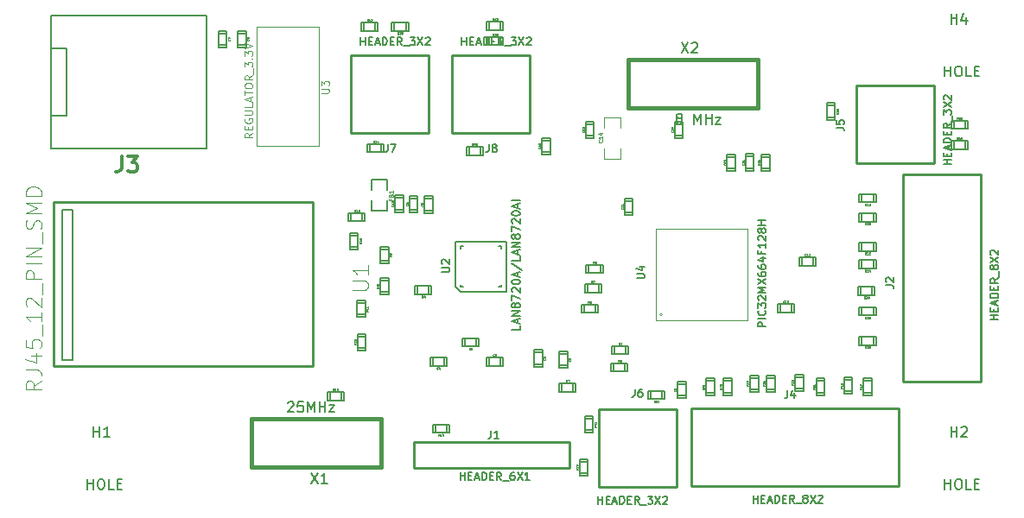
<source format=gto>
G04 (created by PCBNEW (2013-08-24 BZR 4298)-stable) date Sun 04 May 2014 09:36:58 AM PDT*
%MOIN*%
G04 Gerber Fmt 3.4, Leading zero omitted, Abs format*
%FSLAX34Y34*%
G01*
G70*
G90*
G04 APERTURE LIST*
%ADD10C,0.005906*%
%ADD11C,0.005000*%
%ADD12C,0.010000*%
%ADD13C,0.003900*%
%ADD14C,0.007900*%
%ADD15C,0.015000*%
%ADD16C,0.005900*%
%ADD17C,0.001600*%
%ADD18C,0.007500*%
%ADD19C,0.012000*%
%ADD20C,0.007874*%
%ADD21C,0.003700*%
G04 APERTURE END LIST*
G54D10*
G54D11*
X50771Y-26065D02*
X50771Y-25745D01*
X50331Y-25755D02*
X50331Y-26065D01*
X50231Y-25745D02*
X50871Y-25745D01*
X50871Y-25745D02*
X50871Y-26065D01*
X50871Y-26065D02*
X50231Y-26065D01*
X50231Y-26065D02*
X50231Y-25745D01*
X45928Y-26104D02*
X45928Y-25784D01*
X45488Y-25794D02*
X45488Y-26104D01*
X45388Y-25784D02*
X46028Y-25784D01*
X46028Y-25784D02*
X46028Y-26104D01*
X46028Y-26104D02*
X45388Y-26104D01*
X45388Y-26104D02*
X45388Y-25784D01*
X54013Y-41519D02*
X54333Y-41519D01*
X54323Y-41079D02*
X54013Y-41079D01*
X54333Y-40979D02*
X54333Y-41619D01*
X54333Y-41619D02*
X54013Y-41619D01*
X54013Y-41619D02*
X54013Y-40979D01*
X54013Y-40979D02*
X54333Y-40979D01*
X68684Y-30671D02*
X68684Y-30351D01*
X68244Y-30361D02*
X68244Y-30671D01*
X68144Y-30351D02*
X68784Y-30351D01*
X68784Y-30351D02*
X68784Y-30671D01*
X68784Y-30671D02*
X68144Y-30671D01*
X68144Y-30671D02*
X68144Y-30351D01*
X50771Y-26656D02*
X50771Y-26336D01*
X50331Y-26346D02*
X50331Y-26656D01*
X50231Y-26336D02*
X50871Y-26336D01*
X50871Y-26336D02*
X50871Y-26656D01*
X50871Y-26656D02*
X50231Y-26656D01*
X50231Y-26656D02*
X50231Y-26336D01*
X46669Y-25784D02*
X46669Y-26104D01*
X47109Y-26094D02*
X47109Y-25784D01*
X47209Y-26104D02*
X46569Y-26104D01*
X46569Y-26104D02*
X46569Y-25784D01*
X46569Y-25784D02*
X47209Y-25784D01*
X47209Y-25784D02*
X47209Y-26104D01*
X54136Y-42732D02*
X53816Y-42732D01*
X53826Y-43172D02*
X54136Y-43172D01*
X53816Y-43272D02*
X53816Y-42632D01*
X53816Y-42632D02*
X54136Y-42632D01*
X54136Y-42632D02*
X54136Y-43272D01*
X54136Y-43272D02*
X53816Y-43272D01*
X68684Y-29884D02*
X68684Y-29564D01*
X68244Y-29574D02*
X68244Y-29884D01*
X68144Y-29564D02*
X68784Y-29564D01*
X68784Y-29564D02*
X68784Y-29884D01*
X68784Y-29884D02*
X68144Y-29884D01*
X68144Y-29884D02*
X68144Y-29564D01*
X49983Y-30908D02*
X49983Y-30588D01*
X49543Y-30598D02*
X49543Y-30908D01*
X49443Y-30588D02*
X50083Y-30588D01*
X50083Y-30588D02*
X50083Y-30908D01*
X50083Y-30908D02*
X49443Y-30908D01*
X49443Y-30908D02*
X49443Y-30588D01*
X46164Y-30789D02*
X46164Y-30469D01*
X45724Y-30479D02*
X45724Y-30789D01*
X45624Y-30469D02*
X46264Y-30469D01*
X46264Y-30469D02*
X46264Y-30789D01*
X46264Y-30789D02*
X45624Y-30789D01*
X45624Y-30789D02*
X45624Y-30469D01*
X56551Y-39997D02*
X56551Y-40317D01*
X56991Y-40307D02*
X56991Y-39997D01*
X57091Y-40317D02*
X56451Y-40317D01*
X56451Y-40317D02*
X56451Y-39997D01*
X56451Y-39997D02*
X57091Y-39997D01*
X57091Y-39997D02*
X57091Y-40317D01*
X63343Y-29432D02*
X63663Y-29432D01*
X63653Y-28992D02*
X63343Y-28992D01*
X63663Y-28892D02*
X63663Y-29532D01*
X63663Y-29532D02*
X63343Y-29532D01*
X63343Y-29532D02*
X63343Y-28892D01*
X63343Y-28892D02*
X63663Y-28892D01*
X59018Y-39622D02*
X58698Y-39622D01*
X58708Y-40062D02*
X59018Y-40062D01*
X58698Y-40162D02*
X58698Y-39522D01*
X58698Y-39522D02*
X59018Y-39522D01*
X59018Y-39522D02*
X59018Y-40162D01*
X59018Y-40162D02*
X58698Y-40162D01*
X64701Y-37910D02*
X64701Y-38230D01*
X65141Y-38220D02*
X65141Y-37910D01*
X65241Y-38230D02*
X64601Y-38230D01*
X64601Y-38230D02*
X64601Y-37910D01*
X64601Y-37910D02*
X65241Y-37910D01*
X65241Y-37910D02*
X65241Y-38230D01*
X59687Y-39622D02*
X59367Y-39622D01*
X59377Y-40062D02*
X59687Y-40062D01*
X59367Y-40162D02*
X59367Y-39522D01*
X59367Y-39522D02*
X59687Y-39522D01*
X59687Y-39522D02*
X59687Y-40162D01*
X59687Y-40162D02*
X59367Y-40162D01*
X64701Y-36769D02*
X64701Y-37089D01*
X65141Y-37079D02*
X65141Y-36769D01*
X65241Y-37089D02*
X64601Y-37089D01*
X64601Y-37089D02*
X64601Y-36769D01*
X64601Y-36769D02*
X65241Y-36769D01*
X65241Y-36769D02*
X65241Y-37089D01*
X60711Y-39504D02*
X60391Y-39504D01*
X60401Y-39944D02*
X60711Y-39944D01*
X60391Y-40044D02*
X60391Y-39404D01*
X60391Y-39404D02*
X60711Y-39404D01*
X60711Y-39404D02*
X60711Y-40044D01*
X60711Y-40044D02*
X60391Y-40044D01*
X64661Y-35981D02*
X64661Y-36301D01*
X65101Y-36291D02*
X65101Y-35981D01*
X65201Y-36301D02*
X64561Y-36301D01*
X64561Y-36301D02*
X64561Y-35981D01*
X64561Y-35981D02*
X65201Y-35981D01*
X65201Y-35981D02*
X65201Y-36301D01*
X61341Y-39504D02*
X61021Y-39504D01*
X61031Y-39944D02*
X61341Y-39944D01*
X61021Y-40044D02*
X61021Y-39404D01*
X61021Y-39404D02*
X61341Y-39404D01*
X61341Y-39404D02*
X61341Y-40044D01*
X61341Y-40044D02*
X61021Y-40044D01*
X64701Y-34958D02*
X64701Y-35278D01*
X65141Y-35268D02*
X65141Y-34958D01*
X65241Y-35278D02*
X64601Y-35278D01*
X64601Y-35278D02*
X64601Y-34958D01*
X64601Y-34958D02*
X65241Y-34958D01*
X65241Y-34958D02*
X65241Y-35278D01*
X62443Y-39465D02*
X62123Y-39465D01*
X62133Y-39905D02*
X62443Y-39905D01*
X62123Y-40005D02*
X62123Y-39365D01*
X62123Y-39365D02*
X62443Y-39365D01*
X62443Y-39365D02*
X62443Y-40005D01*
X62443Y-40005D02*
X62123Y-40005D01*
X64701Y-34288D02*
X64701Y-34608D01*
X65141Y-34598D02*
X65141Y-34288D01*
X65241Y-34608D02*
X64601Y-34608D01*
X64601Y-34608D02*
X64601Y-34288D01*
X64601Y-34288D02*
X65241Y-34288D01*
X65241Y-34288D02*
X65241Y-34608D01*
G54D12*
X51893Y-27043D02*
X48893Y-27043D01*
X51893Y-27043D02*
X51893Y-30043D01*
X51893Y-30043D02*
X48893Y-30043D01*
X48893Y-30043D02*
X48893Y-27043D01*
X47996Y-27043D02*
X44996Y-27043D01*
X47996Y-27043D02*
X47996Y-30043D01*
X47996Y-30043D02*
X44996Y-30043D01*
X44996Y-30043D02*
X44996Y-27043D01*
X54562Y-43704D02*
X57562Y-43704D01*
X54562Y-43704D02*
X54562Y-40704D01*
X54562Y-40704D02*
X57562Y-40704D01*
X57562Y-40704D02*
X57562Y-43704D01*
X67484Y-31224D02*
X67484Y-28224D01*
X67484Y-31224D02*
X64484Y-31224D01*
X64484Y-31224D02*
X64484Y-28224D01*
X64484Y-28224D02*
X67484Y-28224D01*
X58125Y-43665D02*
X58125Y-40665D01*
X58125Y-43665D02*
X66125Y-43665D01*
X58125Y-40665D02*
X66125Y-40665D01*
X66125Y-40665D02*
X66125Y-43665D01*
G54D11*
X63270Y-39622D02*
X62950Y-39622D01*
X62960Y-40062D02*
X63270Y-40062D01*
X62950Y-40162D02*
X62950Y-39522D01*
X62950Y-39522D02*
X63270Y-39522D01*
X63270Y-39522D02*
X63270Y-40162D01*
X63270Y-40162D02*
X62950Y-40162D01*
G54D13*
X56755Y-37279D02*
X56755Y-33736D01*
X56755Y-33736D02*
X60299Y-33736D01*
X60299Y-33736D02*
X60299Y-37279D01*
X60299Y-37279D02*
X56755Y-37279D01*
X57011Y-37061D02*
G75*
G03X57011Y-37061I-53J0D01*
G74*
G01*
G54D11*
X64701Y-33147D02*
X64701Y-33467D01*
X65141Y-33457D02*
X65141Y-33147D01*
X65241Y-33467D02*
X64601Y-33467D01*
X64601Y-33467D02*
X64601Y-33147D01*
X64601Y-33147D02*
X65241Y-33147D01*
X65241Y-33147D02*
X65241Y-33467D01*
X64333Y-39583D02*
X64013Y-39583D01*
X64023Y-40023D02*
X64333Y-40023D01*
X64013Y-40123D02*
X64013Y-39483D01*
X64013Y-39483D02*
X64333Y-39483D01*
X64333Y-39483D02*
X64333Y-40123D01*
X64333Y-40123D02*
X64013Y-40123D01*
X64701Y-32399D02*
X64701Y-32719D01*
X65141Y-32709D02*
X65141Y-32399D01*
X65241Y-32719D02*
X64601Y-32719D01*
X64601Y-32719D02*
X64601Y-32399D01*
X64601Y-32399D02*
X65241Y-32399D01*
X65241Y-32399D02*
X65241Y-32719D01*
X65081Y-39622D02*
X64761Y-39622D01*
X64771Y-40062D02*
X65081Y-40062D01*
X64761Y-40162D02*
X64761Y-39522D01*
X64761Y-39522D02*
X65081Y-39522D01*
X65081Y-39522D02*
X65081Y-40162D01*
X65081Y-40162D02*
X64761Y-40162D01*
G54D12*
X53433Y-41980D02*
X47433Y-41980D01*
X53433Y-41980D02*
X53433Y-42980D01*
X53439Y-42986D02*
X47427Y-42986D01*
X47427Y-42986D02*
X47427Y-41978D01*
G54D11*
X33425Y-29370D02*
X34035Y-29370D01*
X34035Y-29370D02*
X34035Y-26771D01*
X34035Y-26771D02*
X33435Y-26771D01*
G54D14*
X39409Y-30630D02*
X33425Y-30630D01*
X33425Y-30630D02*
X33425Y-25510D01*
X33425Y-25510D02*
X39409Y-25510D01*
X39409Y-25510D02*
X39409Y-30630D01*
G54D11*
X52679Y-30331D02*
X52359Y-30331D01*
X52369Y-30771D02*
X52679Y-30771D01*
X52359Y-30871D02*
X52359Y-30231D01*
X52359Y-30231D02*
X52679Y-30231D01*
X52679Y-30231D02*
X52679Y-30871D01*
X52679Y-30871D02*
X52359Y-30871D01*
X47010Y-32559D02*
X46690Y-32559D01*
X46700Y-32999D02*
X47010Y-32999D01*
X46690Y-33099D02*
X46690Y-32459D01*
X46690Y-32459D02*
X47010Y-32459D01*
X47010Y-32459D02*
X47010Y-33099D01*
X47010Y-33099D02*
X46690Y-33099D01*
X52056Y-38964D02*
X52376Y-38964D01*
X52366Y-38524D02*
X52056Y-38524D01*
X52376Y-38424D02*
X52376Y-39064D01*
X52376Y-39064D02*
X52056Y-39064D01*
X52056Y-39064D02*
X52056Y-38424D01*
X52056Y-38424D02*
X52376Y-38424D01*
G54D10*
X34261Y-32996D02*
X33868Y-32996D01*
X33868Y-32996D02*
X33868Y-38822D01*
X33868Y-38822D02*
X34261Y-38822D01*
X34261Y-38822D02*
X34261Y-32996D01*
G54D12*
X43523Y-32720D02*
X43523Y-39059D01*
X43523Y-39059D02*
X33523Y-39059D01*
X33523Y-39059D02*
X33523Y-32720D01*
X33523Y-32720D02*
X43523Y-32720D01*
G54D15*
X41161Y-42933D02*
X41161Y-41082D01*
X46161Y-42933D02*
X46161Y-41082D01*
X46161Y-41082D02*
X41161Y-41082D01*
X46161Y-42933D02*
X41161Y-42933D01*
X60688Y-27224D02*
X60688Y-29074D01*
X55688Y-27224D02*
X55688Y-29074D01*
X55688Y-29074D02*
X60688Y-29074D01*
X55688Y-27224D02*
X60688Y-27224D01*
G54D16*
X49023Y-35992D02*
X49023Y-34228D01*
X49219Y-36188D02*
X50983Y-36188D01*
X49219Y-36188D02*
X49023Y-35992D01*
G54D14*
X49317Y-35992D02*
X49219Y-35992D01*
X49219Y-35992D02*
X49219Y-35894D01*
X50787Y-35894D02*
X50787Y-35992D01*
X50787Y-35992D02*
X50689Y-35992D01*
X50689Y-34424D02*
X50787Y-34424D01*
X50787Y-34424D02*
X50787Y-34522D01*
X49219Y-34522D02*
X49219Y-34424D01*
X49219Y-34424D02*
X49317Y-34424D01*
G54D16*
X50983Y-34228D02*
X50983Y-36188D01*
X49023Y-34228D02*
X50983Y-34228D01*
G54D11*
X47567Y-35954D02*
X47567Y-36274D01*
X48007Y-36264D02*
X48007Y-35954D01*
X48107Y-36274D02*
X47467Y-36274D01*
X47467Y-36274D02*
X47467Y-35954D01*
X47467Y-35954D02*
X48107Y-35954D01*
X48107Y-35954D02*
X48107Y-36274D01*
G54D13*
X55392Y-30630D02*
X55392Y-31030D01*
X55378Y-31032D02*
X54778Y-31032D01*
X54754Y-31032D02*
X54754Y-30632D01*
X54752Y-29848D02*
X54752Y-29448D01*
X54778Y-29442D02*
X55378Y-29442D01*
X55400Y-29444D02*
X55400Y-29844D01*
G54D11*
X45794Y-32252D02*
X45794Y-31852D01*
X45794Y-31852D02*
X46394Y-31852D01*
X46394Y-31852D02*
X46394Y-32252D01*
X46394Y-32652D02*
X46394Y-33052D01*
X46394Y-33052D02*
X45794Y-33052D01*
X45794Y-33052D02*
X45794Y-32652D01*
G54D13*
X43759Y-25928D02*
X43759Y-30528D01*
X43759Y-30528D02*
X41359Y-30528D01*
X41359Y-30528D02*
X41359Y-25928D01*
X41359Y-25928D02*
X43759Y-25928D01*
G54D11*
X53028Y-39019D02*
X53348Y-39019D01*
X53338Y-38579D02*
X53028Y-38579D01*
X53348Y-38479D02*
X53348Y-39119D01*
X53348Y-39119D02*
X53028Y-39119D01*
X53028Y-39119D02*
X53028Y-38479D01*
X53028Y-38479D02*
X53348Y-38479D01*
X50751Y-39030D02*
X50751Y-38710D01*
X50311Y-38720D02*
X50311Y-39030D01*
X50211Y-38710D02*
X50851Y-38710D01*
X50851Y-38710D02*
X50851Y-39030D01*
X50851Y-39030D02*
X50211Y-39030D01*
X50211Y-39030D02*
X50211Y-38710D01*
X48146Y-38717D02*
X48146Y-39037D01*
X48586Y-39027D02*
X48586Y-38717D01*
X48686Y-39037D02*
X48046Y-39037D01*
X48046Y-39037D02*
X48046Y-38717D01*
X48046Y-38717D02*
X48686Y-38717D01*
X48686Y-38717D02*
X48686Y-39037D01*
X48156Y-32587D02*
X47836Y-32587D01*
X47846Y-33027D02*
X48156Y-33027D01*
X47836Y-33127D02*
X47836Y-32487D01*
X47836Y-32487D02*
X48156Y-32487D01*
X48156Y-32487D02*
X48156Y-33127D01*
X48156Y-33127D02*
X47836Y-33127D01*
X47569Y-32567D02*
X47249Y-32567D01*
X47259Y-33007D02*
X47569Y-33007D01*
X47249Y-33107D02*
X47249Y-32467D01*
X47249Y-32467D02*
X47569Y-32467D01*
X47569Y-32467D02*
X47569Y-33107D01*
X47569Y-33107D02*
X47249Y-33107D01*
X39879Y-26637D02*
X40199Y-26637D01*
X40189Y-26197D02*
X39879Y-26197D01*
X40199Y-26097D02*
X40199Y-26737D01*
X40199Y-26737D02*
X39879Y-26737D01*
X39879Y-26737D02*
X39879Y-26097D01*
X39879Y-26097D02*
X40199Y-26097D01*
X57915Y-39740D02*
X57595Y-39740D01*
X57605Y-40180D02*
X57915Y-40180D01*
X57595Y-40280D02*
X57595Y-39640D01*
X57595Y-39640D02*
X57915Y-39640D01*
X57915Y-39640D02*
X57915Y-40280D01*
X57915Y-40280D02*
X57595Y-40280D01*
X40627Y-26637D02*
X40947Y-26637D01*
X40937Y-26197D02*
X40627Y-26197D01*
X40947Y-26097D02*
X40947Y-26737D01*
X40947Y-26737D02*
X40627Y-26737D01*
X40627Y-26737D02*
X40627Y-26097D01*
X40627Y-26097D02*
X40947Y-26097D01*
X61991Y-36971D02*
X61991Y-36651D01*
X61551Y-36661D02*
X61551Y-36971D01*
X61451Y-36651D02*
X62091Y-36651D01*
X62091Y-36651D02*
X62091Y-36971D01*
X62091Y-36971D02*
X61451Y-36971D01*
X61451Y-36971D02*
X61451Y-36651D01*
X55864Y-32665D02*
X55544Y-32665D01*
X55554Y-33105D02*
X55864Y-33105D01*
X55544Y-33205D02*
X55544Y-32565D01*
X55544Y-32565D02*
X55864Y-32565D01*
X55864Y-32565D02*
X55864Y-33205D01*
X55864Y-33205D02*
X55544Y-33205D01*
X62818Y-35160D02*
X62818Y-34840D01*
X62378Y-34850D02*
X62378Y-35160D01*
X62278Y-34840D02*
X62918Y-34840D01*
X62918Y-34840D02*
X62918Y-35160D01*
X62918Y-35160D02*
X62278Y-35160D01*
X62278Y-35160D02*
X62278Y-34840D01*
X54372Y-29701D02*
X54052Y-29701D01*
X54062Y-30141D02*
X54372Y-30141D01*
X54052Y-30241D02*
X54052Y-29601D01*
X54052Y-29601D02*
X54372Y-29601D01*
X54372Y-29601D02*
X54372Y-30241D01*
X54372Y-30241D02*
X54052Y-30241D01*
X61156Y-30972D02*
X60836Y-30972D01*
X60846Y-31412D02*
X61156Y-31412D01*
X60836Y-31512D02*
X60836Y-30872D01*
X60836Y-30872D02*
X61156Y-30872D01*
X61156Y-30872D02*
X61156Y-31512D01*
X61156Y-31512D02*
X60836Y-31512D01*
X57797Y-29701D02*
X57477Y-29701D01*
X57487Y-30141D02*
X57797Y-30141D01*
X57477Y-30241D02*
X57477Y-29601D01*
X57477Y-29601D02*
X57797Y-29601D01*
X57797Y-29601D02*
X57797Y-30241D01*
X57797Y-30241D02*
X57477Y-30241D01*
X59825Y-30961D02*
X59505Y-30961D01*
X59515Y-31401D02*
X59825Y-31401D01*
X59505Y-31501D02*
X59505Y-30861D01*
X59505Y-30861D02*
X59825Y-30861D01*
X59825Y-30861D02*
X59825Y-31501D01*
X59825Y-31501D02*
X59505Y-31501D01*
X60534Y-30957D02*
X60214Y-30957D01*
X60224Y-31397D02*
X60534Y-31397D01*
X60214Y-31497D02*
X60214Y-30857D01*
X60214Y-30857D02*
X60534Y-30857D01*
X60534Y-30857D02*
X60534Y-31497D01*
X60534Y-31497D02*
X60214Y-31497D01*
X55590Y-38581D02*
X55590Y-38261D01*
X55150Y-38271D02*
X55150Y-38581D01*
X55050Y-38261D02*
X55690Y-38261D01*
X55690Y-38261D02*
X55690Y-38581D01*
X55690Y-38581D02*
X55050Y-38581D01*
X55050Y-38581D02*
X55050Y-38261D01*
X55574Y-39254D02*
X55574Y-38934D01*
X55134Y-38944D02*
X55134Y-39254D01*
X55034Y-38934D02*
X55674Y-38934D01*
X55674Y-38934D02*
X55674Y-39254D01*
X55674Y-39254D02*
X55034Y-39254D01*
X55034Y-39254D02*
X55034Y-38934D01*
X53566Y-40041D02*
X53566Y-39721D01*
X53126Y-39731D02*
X53126Y-40041D01*
X53026Y-39721D02*
X53666Y-39721D01*
X53666Y-39721D02*
X53666Y-40041D01*
X53666Y-40041D02*
X53026Y-40041D01*
X53026Y-40041D02*
X53026Y-39721D01*
X49386Y-37969D02*
X49386Y-38289D01*
X49826Y-38279D02*
X49826Y-37969D01*
X49926Y-38289D02*
X49286Y-38289D01*
X49286Y-38289D02*
X49286Y-37969D01*
X49286Y-37969D02*
X49926Y-37969D01*
X49926Y-37969D02*
X49926Y-38289D01*
X54609Y-35455D02*
X54609Y-35135D01*
X54169Y-35145D02*
X54169Y-35455D01*
X54069Y-35135D02*
X54709Y-35135D01*
X54709Y-35135D02*
X54709Y-35455D01*
X54709Y-35455D02*
X54069Y-35455D01*
X54069Y-35455D02*
X54069Y-35135D01*
X54550Y-36203D02*
X54550Y-35883D01*
X54110Y-35893D02*
X54110Y-36203D01*
X54010Y-35883D02*
X54650Y-35883D01*
X54650Y-35883D02*
X54650Y-36203D01*
X54650Y-36203D02*
X54010Y-36203D01*
X54010Y-36203D02*
X54010Y-35883D01*
X54416Y-36982D02*
X54416Y-36662D01*
X53976Y-36672D02*
X53976Y-36982D01*
X53876Y-36662D02*
X54516Y-36662D01*
X54516Y-36662D02*
X54516Y-36982D01*
X54516Y-36982D02*
X53876Y-36982D01*
X53876Y-36982D02*
X53876Y-36662D01*
X46123Y-34975D02*
X46443Y-34975D01*
X46433Y-34535D02*
X46123Y-34535D01*
X46443Y-34435D02*
X46443Y-35075D01*
X46443Y-35075D02*
X46123Y-35075D01*
X46123Y-35075D02*
X46123Y-34435D01*
X46123Y-34435D02*
X46443Y-34435D01*
X46451Y-35740D02*
X46131Y-35740D01*
X46141Y-36180D02*
X46451Y-36180D01*
X46131Y-36280D02*
X46131Y-35640D01*
X46131Y-35640D02*
X46451Y-35640D01*
X46451Y-35640D02*
X46451Y-36280D01*
X46451Y-36280D02*
X46131Y-36280D01*
X45225Y-37058D02*
X45545Y-37058D01*
X45535Y-36618D02*
X45225Y-36618D01*
X45545Y-36518D02*
X45545Y-37158D01*
X45545Y-37158D02*
X45225Y-37158D01*
X45225Y-37158D02*
X45225Y-36518D01*
X45225Y-36518D02*
X45545Y-36518D01*
X45565Y-37898D02*
X45245Y-37898D01*
X45255Y-38338D02*
X45565Y-38338D01*
X45245Y-38438D02*
X45245Y-37798D01*
X45245Y-37798D02*
X45565Y-37798D01*
X45565Y-37798D02*
X45565Y-38438D01*
X45565Y-38438D02*
X45245Y-38438D01*
X44617Y-40368D02*
X44617Y-40048D01*
X44177Y-40058D02*
X44177Y-40368D01*
X44077Y-40048D02*
X44717Y-40048D01*
X44717Y-40048D02*
X44717Y-40368D01*
X44717Y-40368D02*
X44077Y-40368D01*
X44077Y-40368D02*
X44077Y-40048D01*
X48244Y-41296D02*
X48244Y-41616D01*
X48684Y-41606D02*
X48684Y-41296D01*
X48784Y-41616D02*
X48144Y-41616D01*
X48144Y-41616D02*
X48144Y-41296D01*
X48144Y-41296D02*
X48784Y-41296D01*
X48784Y-41296D02*
X48784Y-41616D01*
X45440Y-33455D02*
X45440Y-33135D01*
X45000Y-33145D02*
X45000Y-33455D01*
X44900Y-33135D02*
X45540Y-33135D01*
X45540Y-33135D02*
X45540Y-33455D01*
X45540Y-33455D02*
X44900Y-33455D01*
X44900Y-33455D02*
X44900Y-33135D01*
X44946Y-34436D02*
X45266Y-34436D01*
X45256Y-33996D02*
X44946Y-33996D01*
X45266Y-33896D02*
X45266Y-34536D01*
X45266Y-34536D02*
X44946Y-34536D01*
X44946Y-34536D02*
X44946Y-33896D01*
X44946Y-33896D02*
X45266Y-33896D01*
G54D12*
X69295Y-39629D02*
X66295Y-39629D01*
X69295Y-39629D02*
X69295Y-31629D01*
X66295Y-39629D02*
X66295Y-31629D01*
X66295Y-31629D02*
X69295Y-31629D01*
G54D17*
X50500Y-25691D02*
X50474Y-25653D01*
X50455Y-25691D02*
X50455Y-25612D01*
X50485Y-25612D01*
X50492Y-25616D01*
X50496Y-25619D01*
X50500Y-25627D01*
X50500Y-25638D01*
X50496Y-25646D01*
X50492Y-25649D01*
X50485Y-25653D01*
X50455Y-25653D01*
X50568Y-25638D02*
X50568Y-25691D01*
X50549Y-25608D02*
X50530Y-25664D01*
X50579Y-25664D01*
X50601Y-25612D02*
X50650Y-25612D01*
X50624Y-25642D01*
X50635Y-25642D01*
X50643Y-25646D01*
X50647Y-25649D01*
X50650Y-25657D01*
X50650Y-25676D01*
X50647Y-25683D01*
X50643Y-25687D01*
X50635Y-25691D01*
X50613Y-25691D01*
X50605Y-25687D01*
X50601Y-25683D01*
X45657Y-25730D02*
X45631Y-25693D01*
X45612Y-25730D02*
X45612Y-25651D01*
X45642Y-25651D01*
X45650Y-25655D01*
X45654Y-25659D01*
X45657Y-25666D01*
X45657Y-25677D01*
X45654Y-25685D01*
X45650Y-25689D01*
X45642Y-25693D01*
X45612Y-25693D01*
X45725Y-25677D02*
X45725Y-25730D01*
X45706Y-25647D02*
X45687Y-25704D01*
X45736Y-25704D01*
X45763Y-25659D02*
X45766Y-25655D01*
X45774Y-25651D01*
X45793Y-25651D01*
X45800Y-25655D01*
X45804Y-25659D01*
X45808Y-25666D01*
X45808Y-25674D01*
X45804Y-25685D01*
X45759Y-25730D01*
X45808Y-25730D01*
X54458Y-41349D02*
X54421Y-41376D01*
X54458Y-41395D02*
X54379Y-41395D01*
X54379Y-41365D01*
X54383Y-41357D01*
X54387Y-41353D01*
X54395Y-41349D01*
X54406Y-41349D01*
X54413Y-41353D01*
X54417Y-41357D01*
X54421Y-41365D01*
X54421Y-41395D01*
X54406Y-41282D02*
X54458Y-41282D01*
X54376Y-41301D02*
X54432Y-41319D01*
X54432Y-41270D01*
X54458Y-41199D02*
X54458Y-41244D01*
X54458Y-41222D02*
X54379Y-41222D01*
X54391Y-41229D01*
X54398Y-41237D01*
X54402Y-41244D01*
X68413Y-30297D02*
X68387Y-30259D01*
X68368Y-30297D02*
X68368Y-30218D01*
X68398Y-30218D01*
X68406Y-30222D01*
X68410Y-30226D01*
X68413Y-30233D01*
X68413Y-30244D01*
X68410Y-30252D01*
X68406Y-30256D01*
X68398Y-30259D01*
X68368Y-30259D01*
X68481Y-30244D02*
X68481Y-30297D01*
X68462Y-30214D02*
X68443Y-30271D01*
X68492Y-30271D01*
X68537Y-30218D02*
X68545Y-30218D01*
X68552Y-30222D01*
X68556Y-30226D01*
X68560Y-30233D01*
X68564Y-30248D01*
X68564Y-30267D01*
X68560Y-30282D01*
X68556Y-30290D01*
X68552Y-30293D01*
X68545Y-30297D01*
X68537Y-30297D01*
X68530Y-30293D01*
X68526Y-30290D01*
X68522Y-30282D01*
X68519Y-30267D01*
X68519Y-30248D01*
X68522Y-30233D01*
X68526Y-30226D01*
X68530Y-30222D01*
X68537Y-30218D01*
X50500Y-26281D02*
X50474Y-26244D01*
X50455Y-26281D02*
X50455Y-26202D01*
X50485Y-26202D01*
X50492Y-26206D01*
X50496Y-26210D01*
X50500Y-26217D01*
X50500Y-26229D01*
X50496Y-26236D01*
X50492Y-26240D01*
X50485Y-26244D01*
X50455Y-26244D01*
X50526Y-26202D02*
X50575Y-26202D01*
X50549Y-26232D01*
X50560Y-26232D01*
X50568Y-26236D01*
X50571Y-26240D01*
X50575Y-26247D01*
X50575Y-26266D01*
X50571Y-26274D01*
X50568Y-26278D01*
X50560Y-26281D01*
X50538Y-26281D01*
X50530Y-26278D01*
X50526Y-26274D01*
X50613Y-26281D02*
X50628Y-26281D01*
X50635Y-26278D01*
X50639Y-26274D01*
X50647Y-26262D01*
X50650Y-26247D01*
X50650Y-26217D01*
X50647Y-26210D01*
X50643Y-26206D01*
X50635Y-26202D01*
X50620Y-26202D01*
X50613Y-26206D01*
X50609Y-26210D01*
X50605Y-26217D01*
X50605Y-26236D01*
X50609Y-26244D01*
X50613Y-26247D01*
X50620Y-26251D01*
X50635Y-26251D01*
X50643Y-26247D01*
X50647Y-26244D01*
X50650Y-26236D01*
X46838Y-26230D02*
X46812Y-26193D01*
X46793Y-26230D02*
X46793Y-26151D01*
X46823Y-26151D01*
X46831Y-26155D01*
X46835Y-26159D01*
X46838Y-26166D01*
X46838Y-26177D01*
X46835Y-26185D01*
X46831Y-26189D01*
X46823Y-26193D01*
X46793Y-26193D01*
X46865Y-26151D02*
X46914Y-26151D01*
X46887Y-26181D01*
X46899Y-26181D01*
X46906Y-26185D01*
X46910Y-26189D01*
X46914Y-26196D01*
X46914Y-26215D01*
X46910Y-26223D01*
X46906Y-26226D01*
X46899Y-26230D01*
X46876Y-26230D01*
X46869Y-26226D01*
X46865Y-26223D01*
X46959Y-26185D02*
X46951Y-26181D01*
X46948Y-26177D01*
X46944Y-26170D01*
X46944Y-26166D01*
X46948Y-26159D01*
X46951Y-26155D01*
X46959Y-26151D01*
X46974Y-26151D01*
X46981Y-26155D01*
X46985Y-26159D01*
X46989Y-26166D01*
X46989Y-26170D01*
X46985Y-26177D01*
X46981Y-26181D01*
X46974Y-26185D01*
X46959Y-26185D01*
X46951Y-26189D01*
X46948Y-26193D01*
X46944Y-26200D01*
X46944Y-26215D01*
X46948Y-26223D01*
X46951Y-26226D01*
X46959Y-26230D01*
X46974Y-26230D01*
X46981Y-26226D01*
X46985Y-26223D01*
X46989Y-26215D01*
X46989Y-26200D01*
X46985Y-26193D01*
X46981Y-26189D01*
X46974Y-26185D01*
X53762Y-43003D02*
X53724Y-43029D01*
X53762Y-43048D02*
X53683Y-43048D01*
X53683Y-43018D01*
X53686Y-43011D01*
X53690Y-43007D01*
X53698Y-43003D01*
X53709Y-43003D01*
X53716Y-43007D01*
X53720Y-43011D01*
X53724Y-43018D01*
X53724Y-43048D01*
X53683Y-42977D02*
X53683Y-42928D01*
X53713Y-42954D01*
X53713Y-42943D01*
X53716Y-42935D01*
X53720Y-42932D01*
X53728Y-42928D01*
X53747Y-42928D01*
X53754Y-42932D01*
X53758Y-42935D01*
X53762Y-42943D01*
X53762Y-42965D01*
X53758Y-42973D01*
X53754Y-42977D01*
X53683Y-42901D02*
X53683Y-42849D01*
X53762Y-42883D01*
X68413Y-29510D02*
X68387Y-29472D01*
X68368Y-29510D02*
X68368Y-29431D01*
X68398Y-29431D01*
X68406Y-29434D01*
X68410Y-29438D01*
X68413Y-29446D01*
X68413Y-29457D01*
X68410Y-29465D01*
X68406Y-29468D01*
X68398Y-29472D01*
X68368Y-29472D01*
X68440Y-29431D02*
X68489Y-29431D01*
X68462Y-29461D01*
X68473Y-29461D01*
X68481Y-29465D01*
X68485Y-29468D01*
X68489Y-29476D01*
X68489Y-29495D01*
X68485Y-29502D01*
X68481Y-29506D01*
X68473Y-29510D01*
X68451Y-29510D01*
X68443Y-29506D01*
X68440Y-29502D01*
X68556Y-29431D02*
X68541Y-29431D01*
X68534Y-29434D01*
X68530Y-29438D01*
X68522Y-29449D01*
X68519Y-29465D01*
X68519Y-29495D01*
X68522Y-29502D01*
X68526Y-29506D01*
X68534Y-29510D01*
X68549Y-29510D01*
X68556Y-29506D01*
X68560Y-29502D01*
X68564Y-29495D01*
X68564Y-29476D01*
X68560Y-29468D01*
X68556Y-29465D01*
X68549Y-29461D01*
X68534Y-29461D01*
X68526Y-29465D01*
X68522Y-29468D01*
X68519Y-29476D01*
X49712Y-30533D02*
X49686Y-30496D01*
X49667Y-30533D02*
X49667Y-30454D01*
X49697Y-30454D01*
X49705Y-30458D01*
X49709Y-30462D01*
X49712Y-30469D01*
X49712Y-30481D01*
X49709Y-30488D01*
X49705Y-30492D01*
X49697Y-30496D01*
X49667Y-30496D01*
X49739Y-30454D02*
X49788Y-30454D01*
X49761Y-30484D01*
X49773Y-30484D01*
X49780Y-30488D01*
X49784Y-30492D01*
X49788Y-30499D01*
X49788Y-30518D01*
X49784Y-30526D01*
X49780Y-30530D01*
X49773Y-30533D01*
X49750Y-30533D01*
X49743Y-30530D01*
X49739Y-30526D01*
X49859Y-30454D02*
X49822Y-30454D01*
X49818Y-30492D01*
X49822Y-30488D01*
X49829Y-30484D01*
X49848Y-30484D01*
X49855Y-30488D01*
X49859Y-30492D01*
X49863Y-30499D01*
X49863Y-30518D01*
X49859Y-30526D01*
X49855Y-30530D01*
X49848Y-30533D01*
X49829Y-30533D01*
X49822Y-30530D01*
X49818Y-30526D01*
X45894Y-30415D02*
X45867Y-30378D01*
X45848Y-30415D02*
X45848Y-30336D01*
X45879Y-30336D01*
X45886Y-30340D01*
X45890Y-30344D01*
X45894Y-30351D01*
X45894Y-30362D01*
X45890Y-30370D01*
X45886Y-30374D01*
X45879Y-30378D01*
X45848Y-30378D01*
X45920Y-30336D02*
X45969Y-30336D01*
X45943Y-30366D01*
X45954Y-30366D01*
X45961Y-30370D01*
X45965Y-30374D01*
X45969Y-30381D01*
X45969Y-30400D01*
X45965Y-30408D01*
X45961Y-30411D01*
X45954Y-30415D01*
X45931Y-30415D01*
X45924Y-30411D01*
X45920Y-30408D01*
X46037Y-30362D02*
X46037Y-30415D01*
X46018Y-30332D02*
X45999Y-30389D01*
X46048Y-30389D01*
X56720Y-40443D02*
X56694Y-40405D01*
X56675Y-40443D02*
X56675Y-40364D01*
X56705Y-40364D01*
X56713Y-40367D01*
X56717Y-40371D01*
X56720Y-40379D01*
X56720Y-40390D01*
X56717Y-40398D01*
X56713Y-40401D01*
X56705Y-40405D01*
X56675Y-40405D01*
X56747Y-40364D02*
X56796Y-40364D01*
X56769Y-40394D01*
X56781Y-40394D01*
X56788Y-40398D01*
X56792Y-40401D01*
X56796Y-40409D01*
X56796Y-40428D01*
X56792Y-40435D01*
X56788Y-40439D01*
X56781Y-40443D01*
X56758Y-40443D01*
X56750Y-40439D01*
X56747Y-40435D01*
X56822Y-40364D02*
X56871Y-40364D01*
X56845Y-40394D01*
X56856Y-40394D01*
X56863Y-40398D01*
X56867Y-40401D01*
X56871Y-40409D01*
X56871Y-40428D01*
X56867Y-40435D01*
X56863Y-40439D01*
X56856Y-40443D01*
X56833Y-40443D01*
X56826Y-40439D01*
X56822Y-40435D01*
X63789Y-29263D02*
X63752Y-29289D01*
X63789Y-29308D02*
X63710Y-29308D01*
X63710Y-29278D01*
X63714Y-29270D01*
X63718Y-29267D01*
X63725Y-29263D01*
X63737Y-29263D01*
X63744Y-29267D01*
X63748Y-29270D01*
X63752Y-29278D01*
X63752Y-29308D01*
X63710Y-29237D02*
X63710Y-29188D01*
X63740Y-29214D01*
X63740Y-29203D01*
X63744Y-29195D01*
X63748Y-29191D01*
X63755Y-29188D01*
X63774Y-29188D01*
X63782Y-29191D01*
X63785Y-29195D01*
X63789Y-29203D01*
X63789Y-29225D01*
X63785Y-29233D01*
X63782Y-29237D01*
X63718Y-29158D02*
X63714Y-29154D01*
X63710Y-29146D01*
X63710Y-29127D01*
X63714Y-29120D01*
X63718Y-29116D01*
X63725Y-29112D01*
X63733Y-29112D01*
X63744Y-29116D01*
X63789Y-29161D01*
X63789Y-29112D01*
X58644Y-39893D02*
X58606Y-39919D01*
X58644Y-39938D02*
X58565Y-39938D01*
X58565Y-39908D01*
X58568Y-39900D01*
X58572Y-39897D01*
X58580Y-39893D01*
X58591Y-39893D01*
X58598Y-39897D01*
X58602Y-39900D01*
X58606Y-39908D01*
X58606Y-39938D01*
X58565Y-39866D02*
X58565Y-39818D01*
X58595Y-39844D01*
X58595Y-39833D01*
X58598Y-39825D01*
X58602Y-39821D01*
X58610Y-39818D01*
X58628Y-39818D01*
X58636Y-39821D01*
X58640Y-39825D01*
X58644Y-39833D01*
X58644Y-39855D01*
X58640Y-39863D01*
X58636Y-39866D01*
X58644Y-39742D02*
X58644Y-39787D01*
X58644Y-39765D02*
X58565Y-39765D01*
X58576Y-39772D01*
X58583Y-39780D01*
X58587Y-39787D01*
X64870Y-38356D02*
X64844Y-38318D01*
X64825Y-38356D02*
X64825Y-38277D01*
X64855Y-38277D01*
X64862Y-38281D01*
X64866Y-38285D01*
X64870Y-38292D01*
X64870Y-38303D01*
X64866Y-38311D01*
X64862Y-38315D01*
X64855Y-38318D01*
X64825Y-38318D01*
X64896Y-38277D02*
X64945Y-38277D01*
X64919Y-38307D01*
X64930Y-38307D01*
X64938Y-38311D01*
X64941Y-38315D01*
X64945Y-38322D01*
X64945Y-38341D01*
X64941Y-38349D01*
X64938Y-38352D01*
X64930Y-38356D01*
X64908Y-38356D01*
X64900Y-38352D01*
X64896Y-38349D01*
X64994Y-38277D02*
X65002Y-38277D01*
X65009Y-38281D01*
X65013Y-38285D01*
X65017Y-38292D01*
X65020Y-38307D01*
X65020Y-38326D01*
X65017Y-38341D01*
X65013Y-38349D01*
X65009Y-38352D01*
X65002Y-38356D01*
X64994Y-38356D01*
X64987Y-38352D01*
X64983Y-38349D01*
X64979Y-38341D01*
X64975Y-38326D01*
X64975Y-38307D01*
X64979Y-38292D01*
X64983Y-38285D01*
X64987Y-38281D01*
X64994Y-38277D01*
X59313Y-39893D02*
X59275Y-39919D01*
X59313Y-39938D02*
X59234Y-39938D01*
X59234Y-39908D01*
X59238Y-39900D01*
X59241Y-39897D01*
X59249Y-39893D01*
X59260Y-39893D01*
X59268Y-39897D01*
X59271Y-39900D01*
X59275Y-39908D01*
X59275Y-39938D01*
X59241Y-39863D02*
X59238Y-39859D01*
X59234Y-39851D01*
X59234Y-39833D01*
X59238Y-39825D01*
X59241Y-39821D01*
X59249Y-39818D01*
X59256Y-39818D01*
X59268Y-39821D01*
X59313Y-39866D01*
X59313Y-39818D01*
X59313Y-39780D02*
X59313Y-39765D01*
X59309Y-39757D01*
X59305Y-39754D01*
X59294Y-39746D01*
X59279Y-39742D01*
X59249Y-39742D01*
X59241Y-39746D01*
X59238Y-39750D01*
X59234Y-39757D01*
X59234Y-39772D01*
X59238Y-39780D01*
X59241Y-39784D01*
X59249Y-39787D01*
X59268Y-39787D01*
X59275Y-39784D01*
X59279Y-39780D01*
X59283Y-39772D01*
X59283Y-39757D01*
X59279Y-39750D01*
X59275Y-39746D01*
X59268Y-39742D01*
X64870Y-37214D02*
X64844Y-37177D01*
X64825Y-37214D02*
X64825Y-37135D01*
X64855Y-37135D01*
X64862Y-37139D01*
X64866Y-37143D01*
X64870Y-37150D01*
X64870Y-37162D01*
X64866Y-37169D01*
X64862Y-37173D01*
X64855Y-37177D01*
X64825Y-37177D01*
X64900Y-37143D02*
X64904Y-37139D01*
X64911Y-37135D01*
X64930Y-37135D01*
X64938Y-37139D01*
X64941Y-37143D01*
X64945Y-37150D01*
X64945Y-37158D01*
X64941Y-37169D01*
X64896Y-37214D01*
X64945Y-37214D01*
X64990Y-37169D02*
X64983Y-37165D01*
X64979Y-37162D01*
X64975Y-37154D01*
X64975Y-37150D01*
X64979Y-37143D01*
X64983Y-37139D01*
X64990Y-37135D01*
X65005Y-37135D01*
X65013Y-37139D01*
X65017Y-37143D01*
X65020Y-37150D01*
X65020Y-37154D01*
X65017Y-37162D01*
X65013Y-37165D01*
X65005Y-37169D01*
X64990Y-37169D01*
X64983Y-37173D01*
X64979Y-37177D01*
X64975Y-37184D01*
X64975Y-37199D01*
X64979Y-37207D01*
X64983Y-37211D01*
X64990Y-37214D01*
X65005Y-37214D01*
X65013Y-37211D01*
X65017Y-37207D01*
X65020Y-37199D01*
X65020Y-37184D01*
X65017Y-37177D01*
X65013Y-37173D01*
X65005Y-37169D01*
X60336Y-39775D02*
X60299Y-39801D01*
X60336Y-39820D02*
X60257Y-39820D01*
X60257Y-39790D01*
X60261Y-39782D01*
X60265Y-39778D01*
X60272Y-39775D01*
X60284Y-39775D01*
X60291Y-39778D01*
X60295Y-39782D01*
X60299Y-39790D01*
X60299Y-39820D01*
X60265Y-39745D02*
X60261Y-39741D01*
X60257Y-39733D01*
X60257Y-39715D01*
X60261Y-39707D01*
X60265Y-39703D01*
X60272Y-39699D01*
X60280Y-39699D01*
X60291Y-39703D01*
X60336Y-39748D01*
X60336Y-39699D01*
X60257Y-39673D02*
X60257Y-39620D01*
X60336Y-39654D01*
X64831Y-36427D02*
X64804Y-36389D01*
X64785Y-36427D02*
X64785Y-36348D01*
X64816Y-36348D01*
X64823Y-36352D01*
X64827Y-36355D01*
X64831Y-36363D01*
X64831Y-36374D01*
X64827Y-36382D01*
X64823Y-36386D01*
X64816Y-36389D01*
X64785Y-36389D01*
X64861Y-36355D02*
X64864Y-36352D01*
X64872Y-36348D01*
X64891Y-36348D01*
X64898Y-36352D01*
X64902Y-36355D01*
X64906Y-36363D01*
X64906Y-36371D01*
X64902Y-36382D01*
X64857Y-36427D01*
X64906Y-36427D01*
X64974Y-36348D02*
X64959Y-36348D01*
X64951Y-36352D01*
X64947Y-36355D01*
X64940Y-36367D01*
X64936Y-36382D01*
X64936Y-36412D01*
X64940Y-36419D01*
X64943Y-36423D01*
X64951Y-36427D01*
X64966Y-36427D01*
X64974Y-36423D01*
X64977Y-36419D01*
X64981Y-36412D01*
X64981Y-36393D01*
X64977Y-36386D01*
X64974Y-36382D01*
X64966Y-36378D01*
X64951Y-36378D01*
X64943Y-36382D01*
X64940Y-36386D01*
X64936Y-36393D01*
X60966Y-39775D02*
X60929Y-39801D01*
X60966Y-39820D02*
X60887Y-39820D01*
X60887Y-39790D01*
X60891Y-39782D01*
X60895Y-39778D01*
X60902Y-39775D01*
X60914Y-39775D01*
X60921Y-39778D01*
X60925Y-39782D01*
X60929Y-39790D01*
X60929Y-39820D01*
X60895Y-39745D02*
X60891Y-39741D01*
X60887Y-39733D01*
X60887Y-39715D01*
X60891Y-39707D01*
X60895Y-39703D01*
X60902Y-39699D01*
X60910Y-39699D01*
X60921Y-39703D01*
X60966Y-39748D01*
X60966Y-39699D01*
X60887Y-39628D02*
X60887Y-39666D01*
X60925Y-39669D01*
X60921Y-39666D01*
X60917Y-39658D01*
X60917Y-39639D01*
X60921Y-39632D01*
X60925Y-39628D01*
X60932Y-39624D01*
X60951Y-39624D01*
X60959Y-39628D01*
X60963Y-39632D01*
X60966Y-39639D01*
X60966Y-39658D01*
X60963Y-39666D01*
X60959Y-39669D01*
X64870Y-35403D02*
X64844Y-35366D01*
X64825Y-35403D02*
X64825Y-35324D01*
X64855Y-35324D01*
X64862Y-35328D01*
X64866Y-35332D01*
X64870Y-35339D01*
X64870Y-35351D01*
X64866Y-35358D01*
X64862Y-35362D01*
X64855Y-35366D01*
X64825Y-35366D01*
X64900Y-35332D02*
X64904Y-35328D01*
X64911Y-35324D01*
X64930Y-35324D01*
X64938Y-35328D01*
X64941Y-35332D01*
X64945Y-35339D01*
X64945Y-35347D01*
X64941Y-35358D01*
X64896Y-35403D01*
X64945Y-35403D01*
X65013Y-35351D02*
X65013Y-35403D01*
X64994Y-35321D02*
X64975Y-35377D01*
X65024Y-35377D01*
X62069Y-39735D02*
X62031Y-39762D01*
X62069Y-39780D02*
X61990Y-39780D01*
X61990Y-39750D01*
X61993Y-39743D01*
X61997Y-39739D01*
X62005Y-39735D01*
X62016Y-39735D01*
X62024Y-39739D01*
X62027Y-39743D01*
X62031Y-39750D01*
X62031Y-39780D01*
X61997Y-39705D02*
X61993Y-39701D01*
X61990Y-39694D01*
X61990Y-39675D01*
X61993Y-39668D01*
X61997Y-39664D01*
X62005Y-39660D01*
X62012Y-39660D01*
X62024Y-39664D01*
X62069Y-39709D01*
X62069Y-39660D01*
X61990Y-39634D02*
X61990Y-39585D01*
X62020Y-39611D01*
X62020Y-39600D01*
X62024Y-39592D01*
X62027Y-39589D01*
X62035Y-39585D01*
X62054Y-39585D01*
X62061Y-39589D01*
X62065Y-39592D01*
X62069Y-39600D01*
X62069Y-39622D01*
X62065Y-39630D01*
X62061Y-39634D01*
X64870Y-34734D02*
X64844Y-34696D01*
X64825Y-34734D02*
X64825Y-34655D01*
X64855Y-34655D01*
X64862Y-34659D01*
X64866Y-34663D01*
X64870Y-34670D01*
X64870Y-34681D01*
X64866Y-34689D01*
X64862Y-34693D01*
X64855Y-34696D01*
X64825Y-34696D01*
X64900Y-34663D02*
X64904Y-34659D01*
X64911Y-34655D01*
X64930Y-34655D01*
X64938Y-34659D01*
X64941Y-34663D01*
X64945Y-34670D01*
X64945Y-34678D01*
X64941Y-34689D01*
X64896Y-34734D01*
X64945Y-34734D01*
X64975Y-34663D02*
X64979Y-34659D01*
X64987Y-34655D01*
X65005Y-34655D01*
X65013Y-34659D01*
X65017Y-34663D01*
X65020Y-34670D01*
X65020Y-34678D01*
X65017Y-34689D01*
X64972Y-34734D01*
X65020Y-34734D01*
G54D18*
X50313Y-30485D02*
X50313Y-30699D01*
X50299Y-30742D01*
X50270Y-30771D01*
X50227Y-30785D01*
X50199Y-30785D01*
X50499Y-30613D02*
X50470Y-30599D01*
X50456Y-30585D01*
X50441Y-30556D01*
X50441Y-30542D01*
X50456Y-30513D01*
X50470Y-30499D01*
X50499Y-30485D01*
X50556Y-30485D01*
X50584Y-30499D01*
X50599Y-30513D01*
X50613Y-30542D01*
X50613Y-30556D01*
X50599Y-30585D01*
X50584Y-30599D01*
X50556Y-30613D01*
X50499Y-30613D01*
X50470Y-30628D01*
X50456Y-30642D01*
X50441Y-30671D01*
X50441Y-30728D01*
X50456Y-30756D01*
X50470Y-30771D01*
X50499Y-30785D01*
X50556Y-30785D01*
X50584Y-30771D01*
X50599Y-30756D01*
X50613Y-30728D01*
X50613Y-30671D01*
X50599Y-30642D01*
X50584Y-30628D01*
X50556Y-30613D01*
X49271Y-26651D02*
X49271Y-26351D01*
X49271Y-26494D02*
X49443Y-26494D01*
X49443Y-26651D02*
X49443Y-26351D01*
X49586Y-26494D02*
X49686Y-26494D01*
X49728Y-26651D02*
X49586Y-26651D01*
X49586Y-26351D01*
X49728Y-26351D01*
X49843Y-26565D02*
X49986Y-26565D01*
X49814Y-26651D02*
X49914Y-26351D01*
X50014Y-26651D01*
X50114Y-26651D02*
X50114Y-26351D01*
X50186Y-26351D01*
X50228Y-26365D01*
X50257Y-26394D01*
X50271Y-26422D01*
X50286Y-26480D01*
X50286Y-26522D01*
X50271Y-26580D01*
X50257Y-26608D01*
X50228Y-26637D01*
X50186Y-26651D01*
X50114Y-26651D01*
X50414Y-26494D02*
X50514Y-26494D01*
X50557Y-26651D02*
X50414Y-26651D01*
X50414Y-26351D01*
X50557Y-26351D01*
X50857Y-26651D02*
X50757Y-26508D01*
X50686Y-26651D02*
X50686Y-26351D01*
X50800Y-26351D01*
X50828Y-26365D01*
X50843Y-26380D01*
X50857Y-26408D01*
X50857Y-26451D01*
X50843Y-26480D01*
X50828Y-26494D01*
X50800Y-26508D01*
X50686Y-26508D01*
X50914Y-26680D02*
X51143Y-26680D01*
X51186Y-26351D02*
X51371Y-26351D01*
X51271Y-26465D01*
X51314Y-26465D01*
X51343Y-26480D01*
X51357Y-26494D01*
X51371Y-26522D01*
X51371Y-26594D01*
X51357Y-26622D01*
X51343Y-26637D01*
X51314Y-26651D01*
X51228Y-26651D01*
X51200Y-26637D01*
X51186Y-26622D01*
X51471Y-26351D02*
X51671Y-26651D01*
X51671Y-26351D02*
X51471Y-26651D01*
X51771Y-26380D02*
X51786Y-26365D01*
X51814Y-26351D01*
X51886Y-26351D01*
X51914Y-26365D01*
X51928Y-26380D01*
X51943Y-26408D01*
X51943Y-26437D01*
X51928Y-26480D01*
X51757Y-26651D01*
X51943Y-26651D01*
X46415Y-30485D02*
X46415Y-30699D01*
X46401Y-30742D01*
X46372Y-30771D01*
X46330Y-30785D01*
X46301Y-30785D01*
X46530Y-30485D02*
X46730Y-30485D01*
X46601Y-30785D01*
X45374Y-26651D02*
X45374Y-26351D01*
X45374Y-26494D02*
X45545Y-26494D01*
X45545Y-26651D02*
X45545Y-26351D01*
X45688Y-26494D02*
X45788Y-26494D01*
X45831Y-26651D02*
X45688Y-26651D01*
X45688Y-26351D01*
X45831Y-26351D01*
X45945Y-26565D02*
X46088Y-26565D01*
X45917Y-26651D02*
X46017Y-26351D01*
X46117Y-26651D01*
X46217Y-26651D02*
X46217Y-26351D01*
X46288Y-26351D01*
X46331Y-26365D01*
X46359Y-26394D01*
X46374Y-26422D01*
X46388Y-26480D01*
X46388Y-26522D01*
X46374Y-26580D01*
X46359Y-26608D01*
X46331Y-26637D01*
X46288Y-26651D01*
X46217Y-26651D01*
X46517Y-26494D02*
X46617Y-26494D01*
X46659Y-26651D02*
X46517Y-26651D01*
X46517Y-26351D01*
X46659Y-26351D01*
X46959Y-26651D02*
X46859Y-26508D01*
X46788Y-26651D02*
X46788Y-26351D01*
X46902Y-26351D01*
X46931Y-26365D01*
X46945Y-26380D01*
X46959Y-26408D01*
X46959Y-26451D01*
X46945Y-26480D01*
X46931Y-26494D01*
X46902Y-26508D01*
X46788Y-26508D01*
X47017Y-26680D02*
X47245Y-26680D01*
X47288Y-26351D02*
X47474Y-26351D01*
X47374Y-26465D01*
X47417Y-26465D01*
X47445Y-26480D01*
X47459Y-26494D01*
X47474Y-26522D01*
X47474Y-26594D01*
X47459Y-26622D01*
X47445Y-26637D01*
X47417Y-26651D01*
X47331Y-26651D01*
X47302Y-26637D01*
X47288Y-26622D01*
X47574Y-26351D02*
X47774Y-26651D01*
X47774Y-26351D02*
X47574Y-26651D01*
X47874Y-26380D02*
X47888Y-26365D01*
X47917Y-26351D01*
X47988Y-26351D01*
X48017Y-26365D01*
X48031Y-26380D01*
X48045Y-26408D01*
X48045Y-26437D01*
X48031Y-26480D01*
X47859Y-26651D01*
X48045Y-26651D01*
X55943Y-39934D02*
X55943Y-40148D01*
X55929Y-40191D01*
X55900Y-40219D01*
X55857Y-40234D01*
X55829Y-40234D01*
X56214Y-39934D02*
X56157Y-39934D01*
X56129Y-39948D01*
X56114Y-39962D01*
X56086Y-40005D01*
X56071Y-40062D01*
X56071Y-40176D01*
X56086Y-40205D01*
X56100Y-40219D01*
X56129Y-40234D01*
X56186Y-40234D01*
X56214Y-40219D01*
X56229Y-40205D01*
X56243Y-40176D01*
X56243Y-40105D01*
X56229Y-40076D01*
X56214Y-40062D01*
X56186Y-40048D01*
X56129Y-40048D01*
X56100Y-40062D01*
X56086Y-40076D01*
X56071Y-40105D01*
X54527Y-44367D02*
X54527Y-44067D01*
X54527Y-44210D02*
X54699Y-44210D01*
X54699Y-44367D02*
X54699Y-44067D01*
X54842Y-44210D02*
X54942Y-44210D01*
X54984Y-44367D02*
X54842Y-44367D01*
X54842Y-44067D01*
X54984Y-44067D01*
X55099Y-44282D02*
X55242Y-44282D01*
X55070Y-44367D02*
X55170Y-44067D01*
X55270Y-44367D01*
X55370Y-44367D02*
X55370Y-44067D01*
X55442Y-44067D01*
X55484Y-44082D01*
X55513Y-44110D01*
X55527Y-44139D01*
X55542Y-44196D01*
X55542Y-44239D01*
X55527Y-44296D01*
X55513Y-44325D01*
X55484Y-44353D01*
X55442Y-44367D01*
X55370Y-44367D01*
X55670Y-44210D02*
X55770Y-44210D01*
X55813Y-44367D02*
X55670Y-44367D01*
X55670Y-44067D01*
X55813Y-44067D01*
X56113Y-44367D02*
X56013Y-44225D01*
X55942Y-44367D02*
X55942Y-44067D01*
X56056Y-44067D01*
X56084Y-44082D01*
X56099Y-44096D01*
X56113Y-44125D01*
X56113Y-44167D01*
X56099Y-44196D01*
X56084Y-44210D01*
X56056Y-44225D01*
X55942Y-44225D01*
X56170Y-44396D02*
X56399Y-44396D01*
X56442Y-44067D02*
X56627Y-44067D01*
X56527Y-44182D01*
X56570Y-44182D01*
X56599Y-44196D01*
X56613Y-44210D01*
X56627Y-44239D01*
X56627Y-44310D01*
X56613Y-44339D01*
X56599Y-44353D01*
X56570Y-44367D01*
X56484Y-44367D01*
X56456Y-44353D01*
X56442Y-44339D01*
X56727Y-44067D02*
X56927Y-44367D01*
X56927Y-44067D02*
X56727Y-44367D01*
X57027Y-44096D02*
X57042Y-44082D01*
X57070Y-44067D01*
X57142Y-44067D01*
X57170Y-44082D01*
X57184Y-44096D01*
X57199Y-44125D01*
X57199Y-44153D01*
X57184Y-44196D01*
X57013Y-44367D01*
X57199Y-44367D01*
X63713Y-29844D02*
X63927Y-29844D01*
X63970Y-29858D01*
X63999Y-29886D01*
X64013Y-29929D01*
X64013Y-29958D01*
X63713Y-29558D02*
X63713Y-29701D01*
X63856Y-29715D01*
X63842Y-29701D01*
X63827Y-29672D01*
X63827Y-29601D01*
X63842Y-29572D01*
X63856Y-29558D01*
X63885Y-29544D01*
X63956Y-29544D01*
X63985Y-29558D01*
X63999Y-29572D01*
X64013Y-29601D01*
X64013Y-29672D01*
X63999Y-29701D01*
X63985Y-29715D01*
X68147Y-31259D02*
X67847Y-31259D01*
X67990Y-31259D02*
X67990Y-31088D01*
X68147Y-31088D02*
X67847Y-31088D01*
X67990Y-30945D02*
X67990Y-30845D01*
X68147Y-30802D02*
X68147Y-30945D01*
X67847Y-30945D01*
X67847Y-30802D01*
X68061Y-30688D02*
X68061Y-30545D01*
X68147Y-30716D02*
X67847Y-30616D01*
X68147Y-30516D01*
X68147Y-30416D02*
X67847Y-30416D01*
X67847Y-30345D01*
X67861Y-30302D01*
X67890Y-30273D01*
X67918Y-30259D01*
X67976Y-30245D01*
X68018Y-30245D01*
X68076Y-30259D01*
X68104Y-30273D01*
X68133Y-30302D01*
X68147Y-30345D01*
X68147Y-30416D01*
X67990Y-30116D02*
X67990Y-30016D01*
X68147Y-29973D02*
X68147Y-30116D01*
X67847Y-30116D01*
X67847Y-29973D01*
X68147Y-29673D02*
X68004Y-29773D01*
X68147Y-29845D02*
X67847Y-29845D01*
X67847Y-29731D01*
X67861Y-29702D01*
X67876Y-29688D01*
X67904Y-29673D01*
X67947Y-29673D01*
X67976Y-29688D01*
X67990Y-29702D01*
X68004Y-29731D01*
X68004Y-29845D01*
X68176Y-29616D02*
X68176Y-29388D01*
X67847Y-29345D02*
X67847Y-29159D01*
X67961Y-29259D01*
X67961Y-29216D01*
X67976Y-29188D01*
X67990Y-29173D01*
X68018Y-29159D01*
X68090Y-29159D01*
X68118Y-29173D01*
X68133Y-29188D01*
X68147Y-29216D01*
X68147Y-29302D01*
X68133Y-29331D01*
X68118Y-29345D01*
X67847Y-29059D02*
X68147Y-28859D01*
X67847Y-28859D02*
X68147Y-29059D01*
X67876Y-28759D02*
X67861Y-28745D01*
X67847Y-28716D01*
X67847Y-28645D01*
X67861Y-28616D01*
X67876Y-28602D01*
X67904Y-28588D01*
X67933Y-28588D01*
X67976Y-28602D01*
X68147Y-28773D01*
X68147Y-28588D01*
X61829Y-39993D02*
X61829Y-40207D01*
X61814Y-40250D01*
X61786Y-40278D01*
X61743Y-40293D01*
X61714Y-40293D01*
X62100Y-40093D02*
X62100Y-40293D01*
X62029Y-39978D02*
X61957Y-40193D01*
X62143Y-40193D01*
X60511Y-44328D02*
X60511Y-44028D01*
X60511Y-44171D02*
X60683Y-44171D01*
X60683Y-44328D02*
X60683Y-44028D01*
X60826Y-44171D02*
X60926Y-44171D01*
X60969Y-44328D02*
X60826Y-44328D01*
X60826Y-44028D01*
X60969Y-44028D01*
X61083Y-44242D02*
X61226Y-44242D01*
X61054Y-44328D02*
X61154Y-44028D01*
X61254Y-44328D01*
X61354Y-44328D02*
X61354Y-44028D01*
X61426Y-44028D01*
X61469Y-44042D01*
X61497Y-44071D01*
X61511Y-44100D01*
X61526Y-44157D01*
X61526Y-44200D01*
X61511Y-44257D01*
X61497Y-44285D01*
X61469Y-44314D01*
X61426Y-44328D01*
X61354Y-44328D01*
X61654Y-44171D02*
X61754Y-44171D01*
X61797Y-44328D02*
X61654Y-44328D01*
X61654Y-44028D01*
X61797Y-44028D01*
X62097Y-44328D02*
X61997Y-44185D01*
X61926Y-44328D02*
X61926Y-44028D01*
X62040Y-44028D01*
X62069Y-44042D01*
X62083Y-44057D01*
X62097Y-44085D01*
X62097Y-44128D01*
X62083Y-44157D01*
X62069Y-44171D01*
X62040Y-44185D01*
X61926Y-44185D01*
X62154Y-44357D02*
X62383Y-44357D01*
X62497Y-44157D02*
X62469Y-44142D01*
X62454Y-44128D01*
X62440Y-44100D01*
X62440Y-44085D01*
X62454Y-44057D01*
X62469Y-44042D01*
X62497Y-44028D01*
X62554Y-44028D01*
X62583Y-44042D01*
X62597Y-44057D01*
X62611Y-44085D01*
X62611Y-44100D01*
X62597Y-44128D01*
X62583Y-44142D01*
X62554Y-44157D01*
X62497Y-44157D01*
X62469Y-44171D01*
X62454Y-44185D01*
X62440Y-44214D01*
X62440Y-44271D01*
X62454Y-44300D01*
X62469Y-44314D01*
X62497Y-44328D01*
X62554Y-44328D01*
X62583Y-44314D01*
X62597Y-44300D01*
X62611Y-44271D01*
X62611Y-44214D01*
X62597Y-44185D01*
X62583Y-44171D01*
X62554Y-44157D01*
X62711Y-44028D02*
X62911Y-44328D01*
X62911Y-44028D02*
X62711Y-44328D01*
X63011Y-44057D02*
X63026Y-44042D01*
X63054Y-44028D01*
X63126Y-44028D01*
X63154Y-44042D01*
X63169Y-44057D01*
X63183Y-44085D01*
X63183Y-44114D01*
X63169Y-44157D01*
X62997Y-44328D01*
X63183Y-44328D01*
G54D17*
X62895Y-39893D02*
X62858Y-39919D01*
X62895Y-39938D02*
X62816Y-39938D01*
X62816Y-39908D01*
X62820Y-39900D01*
X62824Y-39897D01*
X62832Y-39893D01*
X62843Y-39893D01*
X62850Y-39897D01*
X62854Y-39900D01*
X62858Y-39908D01*
X62858Y-39938D01*
X62824Y-39863D02*
X62820Y-39859D01*
X62816Y-39851D01*
X62816Y-39833D01*
X62820Y-39825D01*
X62824Y-39821D01*
X62832Y-39818D01*
X62839Y-39818D01*
X62850Y-39821D01*
X62895Y-39866D01*
X62895Y-39818D01*
X62895Y-39742D02*
X62895Y-39787D01*
X62895Y-39765D02*
X62816Y-39765D01*
X62828Y-39772D01*
X62835Y-39780D01*
X62839Y-39787D01*
G54D10*
X68144Y-25827D02*
X68144Y-25434D01*
X68144Y-25621D02*
X68369Y-25621D01*
X68369Y-25827D02*
X68369Y-25434D01*
X68726Y-25565D02*
X68726Y-25827D01*
X68632Y-25415D02*
X68538Y-25696D01*
X68782Y-25696D01*
X67906Y-27855D02*
X67906Y-27461D01*
X67906Y-27649D02*
X68131Y-27649D01*
X68131Y-27855D02*
X68131Y-27461D01*
X68394Y-27461D02*
X68469Y-27461D01*
X68506Y-27480D01*
X68544Y-27517D01*
X68562Y-27592D01*
X68562Y-27724D01*
X68544Y-27799D01*
X68506Y-27836D01*
X68469Y-27855D01*
X68394Y-27855D01*
X68356Y-27836D01*
X68319Y-27799D01*
X68300Y-27724D01*
X68300Y-27592D01*
X68319Y-27517D01*
X68356Y-27480D01*
X68394Y-27461D01*
X68919Y-27855D02*
X68731Y-27855D01*
X68731Y-27461D01*
X69050Y-27649D02*
X69181Y-27649D01*
X69237Y-27855D02*
X69050Y-27855D01*
X69050Y-27461D01*
X69237Y-27461D01*
X68144Y-41772D02*
X68144Y-41378D01*
X68144Y-41566D02*
X68369Y-41566D01*
X68369Y-41772D02*
X68369Y-41378D01*
X68538Y-41416D02*
X68557Y-41397D01*
X68594Y-41378D01*
X68688Y-41378D01*
X68726Y-41397D01*
X68744Y-41416D01*
X68763Y-41453D01*
X68763Y-41491D01*
X68744Y-41547D01*
X68519Y-41772D01*
X68763Y-41772D01*
X67906Y-43800D02*
X67906Y-43406D01*
X67906Y-43593D02*
X68131Y-43593D01*
X68131Y-43800D02*
X68131Y-43406D01*
X68394Y-43406D02*
X68469Y-43406D01*
X68506Y-43425D01*
X68544Y-43462D01*
X68562Y-43537D01*
X68562Y-43668D01*
X68544Y-43743D01*
X68506Y-43781D01*
X68469Y-43800D01*
X68394Y-43800D01*
X68356Y-43781D01*
X68319Y-43743D01*
X68300Y-43668D01*
X68300Y-43537D01*
X68319Y-43462D01*
X68356Y-43425D01*
X68394Y-43406D01*
X68919Y-43800D02*
X68731Y-43800D01*
X68731Y-43406D01*
X69050Y-43593D02*
X69181Y-43593D01*
X69237Y-43800D02*
X69050Y-43800D01*
X69050Y-43406D01*
X69237Y-43406D01*
X35074Y-41772D02*
X35074Y-41378D01*
X35074Y-41566D02*
X35299Y-41566D01*
X35299Y-41772D02*
X35299Y-41378D01*
X35692Y-41772D02*
X35467Y-41772D01*
X35580Y-41772D02*
X35580Y-41378D01*
X35542Y-41435D01*
X35505Y-41472D01*
X35467Y-41491D01*
X34835Y-43800D02*
X34835Y-43406D01*
X34835Y-43593D02*
X35060Y-43593D01*
X35060Y-43800D02*
X35060Y-43406D01*
X35323Y-43406D02*
X35398Y-43406D01*
X35435Y-43425D01*
X35473Y-43462D01*
X35492Y-43537D01*
X35492Y-43668D01*
X35473Y-43743D01*
X35435Y-43781D01*
X35398Y-43800D01*
X35323Y-43800D01*
X35285Y-43781D01*
X35248Y-43743D01*
X35229Y-43668D01*
X35229Y-43537D01*
X35248Y-43462D01*
X35285Y-43425D01*
X35323Y-43406D01*
X35848Y-43800D02*
X35660Y-43800D01*
X35660Y-43406D01*
X35979Y-43593D02*
X36110Y-43593D01*
X36167Y-43800D02*
X35979Y-43800D01*
X35979Y-43406D01*
X36167Y-43406D01*
G54D11*
X56020Y-35657D02*
X56263Y-35657D01*
X56292Y-35643D01*
X56306Y-35629D01*
X56320Y-35600D01*
X56320Y-35543D01*
X56306Y-35514D01*
X56292Y-35500D01*
X56263Y-35486D01*
X56020Y-35486D01*
X56120Y-35214D02*
X56320Y-35214D01*
X56006Y-35286D02*
X56220Y-35357D01*
X56220Y-35171D01*
X60995Y-37511D02*
X60695Y-37511D01*
X60695Y-37397D01*
X60710Y-37368D01*
X60724Y-37354D01*
X60753Y-37339D01*
X60795Y-37339D01*
X60824Y-37354D01*
X60838Y-37368D01*
X60853Y-37397D01*
X60853Y-37511D01*
X60995Y-37211D02*
X60695Y-37211D01*
X60967Y-36897D02*
X60981Y-36911D01*
X60995Y-36954D01*
X60995Y-36982D01*
X60981Y-37025D01*
X60953Y-37054D01*
X60924Y-37068D01*
X60867Y-37082D01*
X60824Y-37082D01*
X60767Y-37068D01*
X60738Y-37054D01*
X60710Y-37025D01*
X60695Y-36982D01*
X60695Y-36954D01*
X60710Y-36911D01*
X60724Y-36897D01*
X60695Y-36797D02*
X60695Y-36611D01*
X60810Y-36711D01*
X60810Y-36668D01*
X60824Y-36639D01*
X60838Y-36625D01*
X60867Y-36611D01*
X60938Y-36611D01*
X60967Y-36625D01*
X60981Y-36639D01*
X60995Y-36668D01*
X60995Y-36754D01*
X60981Y-36782D01*
X60967Y-36797D01*
X60724Y-36497D02*
X60710Y-36482D01*
X60695Y-36454D01*
X60695Y-36382D01*
X60710Y-36354D01*
X60724Y-36339D01*
X60753Y-36325D01*
X60781Y-36325D01*
X60824Y-36339D01*
X60995Y-36511D01*
X60995Y-36325D01*
X60995Y-36197D02*
X60695Y-36197D01*
X60910Y-36097D01*
X60695Y-35997D01*
X60995Y-35997D01*
X60695Y-35882D02*
X60995Y-35682D01*
X60695Y-35682D02*
X60995Y-35882D01*
X60695Y-35439D02*
X60695Y-35497D01*
X60710Y-35525D01*
X60724Y-35539D01*
X60767Y-35568D01*
X60824Y-35582D01*
X60938Y-35582D01*
X60967Y-35568D01*
X60981Y-35554D01*
X60995Y-35525D01*
X60995Y-35468D01*
X60981Y-35439D01*
X60967Y-35425D01*
X60938Y-35411D01*
X60867Y-35411D01*
X60838Y-35425D01*
X60824Y-35439D01*
X60810Y-35468D01*
X60810Y-35525D01*
X60824Y-35554D01*
X60838Y-35568D01*
X60867Y-35582D01*
X60695Y-35154D02*
X60695Y-35211D01*
X60710Y-35239D01*
X60724Y-35254D01*
X60767Y-35282D01*
X60824Y-35297D01*
X60938Y-35297D01*
X60967Y-35282D01*
X60981Y-35268D01*
X60995Y-35239D01*
X60995Y-35182D01*
X60981Y-35154D01*
X60967Y-35139D01*
X60938Y-35125D01*
X60867Y-35125D01*
X60838Y-35139D01*
X60824Y-35154D01*
X60810Y-35182D01*
X60810Y-35239D01*
X60824Y-35268D01*
X60838Y-35282D01*
X60867Y-35297D01*
X60795Y-34868D02*
X60995Y-34868D01*
X60681Y-34939D02*
X60895Y-35011D01*
X60895Y-34825D01*
X60838Y-34611D02*
X60838Y-34711D01*
X60995Y-34711D02*
X60695Y-34711D01*
X60695Y-34568D01*
X60995Y-34297D02*
X60995Y-34468D01*
X60995Y-34382D02*
X60695Y-34382D01*
X60738Y-34411D01*
X60767Y-34439D01*
X60781Y-34468D01*
X60724Y-34182D02*
X60710Y-34168D01*
X60695Y-34139D01*
X60695Y-34068D01*
X60710Y-34039D01*
X60724Y-34025D01*
X60753Y-34011D01*
X60781Y-34011D01*
X60824Y-34025D01*
X60995Y-34197D01*
X60995Y-34011D01*
X60824Y-33839D02*
X60810Y-33868D01*
X60795Y-33882D01*
X60767Y-33897D01*
X60753Y-33897D01*
X60724Y-33882D01*
X60710Y-33868D01*
X60695Y-33839D01*
X60695Y-33782D01*
X60710Y-33754D01*
X60724Y-33739D01*
X60753Y-33725D01*
X60767Y-33725D01*
X60795Y-33739D01*
X60810Y-33754D01*
X60824Y-33782D01*
X60824Y-33839D01*
X60838Y-33868D01*
X60853Y-33882D01*
X60881Y-33897D01*
X60938Y-33897D01*
X60967Y-33882D01*
X60981Y-33868D01*
X60995Y-33839D01*
X60995Y-33782D01*
X60981Y-33754D01*
X60967Y-33739D01*
X60938Y-33725D01*
X60881Y-33725D01*
X60853Y-33739D01*
X60838Y-33754D01*
X60824Y-33782D01*
X60995Y-33597D02*
X60695Y-33597D01*
X60838Y-33597D02*
X60838Y-33425D01*
X60995Y-33425D02*
X60695Y-33425D01*
G54D17*
X64870Y-33592D02*
X64844Y-33555D01*
X64825Y-33592D02*
X64825Y-33513D01*
X64855Y-33513D01*
X64862Y-33517D01*
X64866Y-33521D01*
X64870Y-33528D01*
X64870Y-33540D01*
X64866Y-33547D01*
X64862Y-33551D01*
X64855Y-33555D01*
X64825Y-33555D01*
X64900Y-33521D02*
X64904Y-33517D01*
X64911Y-33513D01*
X64930Y-33513D01*
X64938Y-33517D01*
X64941Y-33521D01*
X64945Y-33528D01*
X64945Y-33536D01*
X64941Y-33547D01*
X64896Y-33592D01*
X64945Y-33592D01*
X64994Y-33513D02*
X65002Y-33513D01*
X65009Y-33517D01*
X65013Y-33521D01*
X65017Y-33528D01*
X65020Y-33543D01*
X65020Y-33562D01*
X65017Y-33577D01*
X65013Y-33585D01*
X65009Y-33589D01*
X65002Y-33592D01*
X64994Y-33592D01*
X64987Y-33589D01*
X64983Y-33585D01*
X64979Y-33577D01*
X64975Y-33562D01*
X64975Y-33543D01*
X64979Y-33528D01*
X64983Y-33521D01*
X64987Y-33517D01*
X64994Y-33513D01*
X63958Y-39853D02*
X63921Y-39880D01*
X63958Y-39899D02*
X63879Y-39899D01*
X63879Y-39868D01*
X63883Y-39861D01*
X63887Y-39857D01*
X63895Y-39853D01*
X63906Y-39853D01*
X63913Y-39857D01*
X63917Y-39861D01*
X63921Y-39868D01*
X63921Y-39899D01*
X63958Y-39778D02*
X63958Y-39823D01*
X63958Y-39801D02*
X63879Y-39801D01*
X63891Y-39808D01*
X63898Y-39816D01*
X63902Y-39823D01*
X63958Y-39741D02*
X63958Y-39726D01*
X63955Y-39718D01*
X63951Y-39714D01*
X63940Y-39707D01*
X63925Y-39703D01*
X63895Y-39703D01*
X63887Y-39707D01*
X63883Y-39710D01*
X63879Y-39718D01*
X63879Y-39733D01*
X63883Y-39741D01*
X63887Y-39744D01*
X63895Y-39748D01*
X63913Y-39748D01*
X63921Y-39744D01*
X63925Y-39741D01*
X63928Y-39733D01*
X63928Y-39718D01*
X63925Y-39710D01*
X63921Y-39707D01*
X63913Y-39703D01*
X64870Y-32844D02*
X64844Y-32807D01*
X64825Y-32844D02*
X64825Y-32765D01*
X64855Y-32765D01*
X64862Y-32769D01*
X64866Y-32773D01*
X64870Y-32780D01*
X64870Y-32792D01*
X64866Y-32799D01*
X64862Y-32803D01*
X64855Y-32807D01*
X64825Y-32807D01*
X64945Y-32844D02*
X64900Y-32844D01*
X64923Y-32844D02*
X64923Y-32765D01*
X64915Y-32777D01*
X64908Y-32784D01*
X64900Y-32788D01*
X64990Y-32799D02*
X64983Y-32795D01*
X64979Y-32792D01*
X64975Y-32784D01*
X64975Y-32780D01*
X64979Y-32773D01*
X64983Y-32769D01*
X64990Y-32765D01*
X65005Y-32765D01*
X65013Y-32769D01*
X65017Y-32773D01*
X65020Y-32780D01*
X65020Y-32784D01*
X65017Y-32792D01*
X65013Y-32795D01*
X65005Y-32799D01*
X64990Y-32799D01*
X64983Y-32803D01*
X64979Y-32807D01*
X64975Y-32814D01*
X64975Y-32829D01*
X64979Y-32837D01*
X64983Y-32841D01*
X64990Y-32844D01*
X65005Y-32844D01*
X65013Y-32841D01*
X65017Y-32837D01*
X65020Y-32829D01*
X65020Y-32814D01*
X65017Y-32807D01*
X65013Y-32803D01*
X65005Y-32799D01*
X64706Y-39893D02*
X64669Y-39919D01*
X64706Y-39938D02*
X64627Y-39938D01*
X64627Y-39908D01*
X64631Y-39900D01*
X64635Y-39897D01*
X64643Y-39893D01*
X64654Y-39893D01*
X64661Y-39897D01*
X64665Y-39900D01*
X64669Y-39908D01*
X64669Y-39938D01*
X64706Y-39818D02*
X64706Y-39863D01*
X64706Y-39840D02*
X64627Y-39840D01*
X64639Y-39848D01*
X64646Y-39855D01*
X64650Y-39863D01*
X64627Y-39791D02*
X64627Y-39739D01*
X64706Y-39772D01*
G54D18*
X50403Y-41534D02*
X50403Y-41748D01*
X50388Y-41791D01*
X50360Y-41819D01*
X50317Y-41834D01*
X50288Y-41834D01*
X50703Y-41834D02*
X50531Y-41834D01*
X50617Y-41834D02*
X50617Y-41534D01*
X50588Y-41576D01*
X50560Y-41605D01*
X50531Y-41619D01*
X49210Y-43448D02*
X49210Y-43148D01*
X49210Y-43290D02*
X49381Y-43290D01*
X49381Y-43448D02*
X49381Y-43148D01*
X49524Y-43290D02*
X49624Y-43290D01*
X49667Y-43448D02*
X49524Y-43448D01*
X49524Y-43148D01*
X49667Y-43148D01*
X49781Y-43362D02*
X49924Y-43362D01*
X49753Y-43448D02*
X49853Y-43148D01*
X49953Y-43448D01*
X50053Y-43448D02*
X50053Y-43148D01*
X50124Y-43148D01*
X50167Y-43162D01*
X50196Y-43190D01*
X50210Y-43219D01*
X50224Y-43276D01*
X50224Y-43319D01*
X50210Y-43376D01*
X50196Y-43405D01*
X50167Y-43433D01*
X50124Y-43448D01*
X50053Y-43448D01*
X50353Y-43290D02*
X50453Y-43290D01*
X50496Y-43448D02*
X50353Y-43448D01*
X50353Y-43148D01*
X50496Y-43148D01*
X50796Y-43448D02*
X50696Y-43305D01*
X50624Y-43448D02*
X50624Y-43148D01*
X50739Y-43148D01*
X50767Y-43162D01*
X50781Y-43176D01*
X50796Y-43205D01*
X50796Y-43248D01*
X50781Y-43276D01*
X50767Y-43290D01*
X50739Y-43305D01*
X50624Y-43305D01*
X50853Y-43476D02*
X51081Y-43476D01*
X51281Y-43148D02*
X51224Y-43148D01*
X51196Y-43162D01*
X51181Y-43176D01*
X51153Y-43219D01*
X51139Y-43276D01*
X51139Y-43390D01*
X51153Y-43419D01*
X51167Y-43433D01*
X51196Y-43448D01*
X51253Y-43448D01*
X51281Y-43433D01*
X51296Y-43419D01*
X51310Y-43390D01*
X51310Y-43319D01*
X51296Y-43290D01*
X51281Y-43276D01*
X51253Y-43262D01*
X51196Y-43262D01*
X51167Y-43276D01*
X51153Y-43290D01*
X51139Y-43319D01*
X51410Y-43148D02*
X51610Y-43448D01*
X51610Y-43148D02*
X51410Y-43448D01*
X51881Y-43448D02*
X51710Y-43448D01*
X51796Y-43448D02*
X51796Y-43148D01*
X51767Y-43190D01*
X51739Y-43219D01*
X51710Y-43233D01*
G54D19*
X36155Y-30954D02*
X36155Y-31382D01*
X36126Y-31468D01*
X36069Y-31525D01*
X35983Y-31554D01*
X35926Y-31554D01*
X36383Y-30954D02*
X36755Y-30954D01*
X36555Y-31182D01*
X36641Y-31182D01*
X36698Y-31211D01*
X36726Y-31240D01*
X36755Y-31297D01*
X36755Y-31440D01*
X36726Y-31497D01*
X36698Y-31525D01*
X36641Y-31554D01*
X36469Y-31554D01*
X36412Y-31525D01*
X36383Y-31497D01*
G54D17*
X52297Y-30601D02*
X52301Y-30605D01*
X52305Y-30617D01*
X52305Y-30624D01*
X52301Y-30635D01*
X52294Y-30643D01*
X52286Y-30647D01*
X52271Y-30650D01*
X52260Y-30650D01*
X52245Y-30647D01*
X52237Y-30643D01*
X52230Y-30635D01*
X52226Y-30624D01*
X52226Y-30617D01*
X52230Y-30605D01*
X52233Y-30601D01*
X52305Y-30526D02*
X52305Y-30571D01*
X52305Y-30549D02*
X52226Y-30549D01*
X52237Y-30556D01*
X52245Y-30564D01*
X52248Y-30571D01*
X52226Y-30459D02*
X52226Y-30474D01*
X52230Y-30481D01*
X52233Y-30485D01*
X52245Y-30492D01*
X52260Y-30496D01*
X52290Y-30496D01*
X52297Y-30492D01*
X52301Y-30489D01*
X52305Y-30481D01*
X52305Y-30466D01*
X52301Y-30459D01*
X52297Y-30455D01*
X52290Y-30451D01*
X52271Y-30451D01*
X52264Y-30455D01*
X52260Y-30459D01*
X52256Y-30466D01*
X52256Y-30481D01*
X52260Y-30489D01*
X52264Y-30492D01*
X52271Y-30496D01*
X46628Y-32830D02*
X46632Y-32834D01*
X46636Y-32845D01*
X46636Y-32852D01*
X46632Y-32864D01*
X46624Y-32871D01*
X46617Y-32875D01*
X46602Y-32879D01*
X46590Y-32879D01*
X46575Y-32875D01*
X46568Y-32871D01*
X46560Y-32864D01*
X46557Y-32852D01*
X46557Y-32845D01*
X46560Y-32834D01*
X46564Y-32830D01*
X46636Y-32755D02*
X46636Y-32800D01*
X46636Y-32777D02*
X46557Y-32777D01*
X46568Y-32785D01*
X46575Y-32792D01*
X46579Y-32800D01*
X46557Y-32683D02*
X46557Y-32721D01*
X46594Y-32724D01*
X46590Y-32721D01*
X46587Y-32713D01*
X46587Y-32694D01*
X46590Y-32687D01*
X46594Y-32683D01*
X46602Y-32679D01*
X46621Y-32679D01*
X46628Y-32683D01*
X46632Y-32687D01*
X46636Y-32694D01*
X46636Y-32713D01*
X46632Y-32721D01*
X46628Y-32724D01*
X52494Y-38757D02*
X52498Y-38761D01*
X52502Y-38772D01*
X52502Y-38779D01*
X52498Y-38791D01*
X52490Y-38798D01*
X52483Y-38802D01*
X52468Y-38806D01*
X52457Y-38806D01*
X52442Y-38802D01*
X52434Y-38798D01*
X52427Y-38791D01*
X52423Y-38779D01*
X52423Y-38772D01*
X52427Y-38761D01*
X52430Y-38757D01*
X52430Y-38727D02*
X52427Y-38723D01*
X52423Y-38715D01*
X52423Y-38697D01*
X52427Y-38689D01*
X52430Y-38685D01*
X52438Y-38682D01*
X52445Y-38682D01*
X52457Y-38685D01*
X52502Y-38730D01*
X52502Y-38682D01*
G54D13*
X45045Y-36100D02*
X45531Y-36100D01*
X45588Y-36072D01*
X45616Y-36043D01*
X45645Y-35986D01*
X45645Y-35872D01*
X45616Y-35815D01*
X45588Y-35786D01*
X45531Y-35757D01*
X45045Y-35757D01*
X45645Y-35157D02*
X45645Y-35500D01*
X45645Y-35329D02*
X45045Y-35329D01*
X45131Y-35386D01*
X45188Y-35443D01*
X45216Y-35500D01*
X33047Y-39604D02*
X32761Y-39804D01*
X33047Y-39947D02*
X32447Y-39947D01*
X32447Y-39718D01*
X32475Y-39661D01*
X32504Y-39632D01*
X32561Y-39604D01*
X32647Y-39604D01*
X32704Y-39632D01*
X32732Y-39661D01*
X32761Y-39718D01*
X32761Y-39947D01*
X32447Y-39175D02*
X32875Y-39175D01*
X32961Y-39204D01*
X33018Y-39261D01*
X33047Y-39347D01*
X33047Y-39404D01*
X32647Y-38632D02*
X33047Y-38632D01*
X32418Y-38775D02*
X32847Y-38918D01*
X32847Y-38547D01*
X32447Y-38032D02*
X32447Y-38318D01*
X32732Y-38347D01*
X32704Y-38318D01*
X32675Y-38261D01*
X32675Y-38118D01*
X32704Y-38061D01*
X32732Y-38032D01*
X32789Y-38004D01*
X32932Y-38004D01*
X32989Y-38032D01*
X33018Y-38061D01*
X33047Y-38118D01*
X33047Y-38261D01*
X33018Y-38318D01*
X32989Y-38347D01*
X33104Y-37890D02*
X33104Y-37432D01*
X33047Y-36975D02*
X33047Y-37318D01*
X33047Y-37147D02*
X32447Y-37147D01*
X32532Y-37204D01*
X32589Y-37261D01*
X32618Y-37318D01*
X32504Y-36747D02*
X32475Y-36718D01*
X32447Y-36661D01*
X32447Y-36518D01*
X32475Y-36461D01*
X32504Y-36432D01*
X32561Y-36404D01*
X32618Y-36404D01*
X32704Y-36432D01*
X33047Y-36775D01*
X33047Y-36404D01*
X33104Y-36290D02*
X33104Y-35832D01*
X33047Y-35690D02*
X32447Y-35690D01*
X32447Y-35461D01*
X32475Y-35404D01*
X32504Y-35375D01*
X32561Y-35347D01*
X32647Y-35347D01*
X32704Y-35375D01*
X32732Y-35404D01*
X32761Y-35461D01*
X32761Y-35690D01*
X33047Y-35090D02*
X32447Y-35090D01*
X33047Y-34804D02*
X32447Y-34804D01*
X33047Y-34461D01*
X32447Y-34461D01*
X33104Y-34318D02*
X33104Y-33861D01*
X33018Y-33747D02*
X33047Y-33661D01*
X33047Y-33518D01*
X33018Y-33461D01*
X32989Y-33432D01*
X32932Y-33404D01*
X32875Y-33404D01*
X32818Y-33432D01*
X32789Y-33461D01*
X32761Y-33518D01*
X32732Y-33632D01*
X32704Y-33690D01*
X32675Y-33718D01*
X32618Y-33747D01*
X32561Y-33747D01*
X32504Y-33718D01*
X32475Y-33690D01*
X32447Y-33632D01*
X32447Y-33490D01*
X32475Y-33404D01*
X33047Y-33147D02*
X32447Y-33147D01*
X32875Y-32947D01*
X32447Y-32747D01*
X33047Y-32747D01*
X33047Y-32461D02*
X32447Y-32461D01*
X32447Y-32318D01*
X32475Y-32232D01*
X32532Y-32175D01*
X32589Y-32147D01*
X32704Y-32118D01*
X32789Y-32118D01*
X32904Y-32147D01*
X32961Y-32175D01*
X33018Y-32232D01*
X33047Y-32318D01*
X33047Y-32461D01*
G54D14*
X43467Y-43177D02*
X43730Y-43571D01*
X43730Y-43177D02*
X43467Y-43571D01*
X44086Y-43571D02*
X43861Y-43571D01*
X43974Y-43571D02*
X43974Y-43177D01*
X43936Y-43233D01*
X43898Y-43270D01*
X43861Y-43289D01*
X42560Y-40461D02*
X42578Y-40442D01*
X42616Y-40424D01*
X42710Y-40424D01*
X42747Y-40442D01*
X42766Y-40461D01*
X42785Y-40499D01*
X42785Y-40536D01*
X42766Y-40592D01*
X42541Y-40818D01*
X42785Y-40818D01*
X43141Y-40424D02*
X42954Y-40424D01*
X42935Y-40611D01*
X42954Y-40592D01*
X42991Y-40574D01*
X43085Y-40574D01*
X43123Y-40592D01*
X43141Y-40611D01*
X43160Y-40649D01*
X43160Y-40743D01*
X43141Y-40780D01*
X43123Y-40799D01*
X43085Y-40818D01*
X42991Y-40818D01*
X42954Y-40799D01*
X42935Y-40780D01*
X43329Y-40818D02*
X43329Y-40424D01*
X43460Y-40705D01*
X43592Y-40424D01*
X43592Y-40818D01*
X43779Y-40818D02*
X43779Y-40424D01*
X43779Y-40611D02*
X44004Y-40611D01*
X44004Y-40818D02*
X44004Y-40424D01*
X44154Y-40555D02*
X44361Y-40555D01*
X44154Y-40818D01*
X44361Y-40818D01*
X57745Y-26548D02*
X58007Y-26942D01*
X58007Y-26548D02*
X57745Y-26942D01*
X58139Y-26586D02*
X58157Y-26567D01*
X58195Y-26548D01*
X58289Y-26548D01*
X58326Y-26567D01*
X58345Y-26586D01*
X58364Y-26623D01*
X58364Y-26661D01*
X58345Y-26717D01*
X58120Y-26942D01*
X58364Y-26942D01*
X57620Y-29470D02*
X57582Y-29451D01*
X57564Y-29433D01*
X57545Y-29395D01*
X57545Y-29376D01*
X57564Y-29339D01*
X57582Y-29320D01*
X57620Y-29301D01*
X57695Y-29301D01*
X57732Y-29320D01*
X57751Y-29339D01*
X57770Y-29376D01*
X57770Y-29395D01*
X57751Y-29433D01*
X57732Y-29451D01*
X57695Y-29470D01*
X57620Y-29470D01*
X57582Y-29489D01*
X57564Y-29508D01*
X57545Y-29545D01*
X57545Y-29620D01*
X57564Y-29658D01*
X57582Y-29677D01*
X57620Y-29695D01*
X57695Y-29695D01*
X57732Y-29677D01*
X57751Y-29658D01*
X57770Y-29620D01*
X57770Y-29545D01*
X57751Y-29508D01*
X57732Y-29489D01*
X57695Y-29470D01*
X58239Y-29695D02*
X58239Y-29301D01*
X58370Y-29583D01*
X58502Y-29301D01*
X58502Y-29695D01*
X58689Y-29695D02*
X58689Y-29301D01*
X58689Y-29489D02*
X58914Y-29489D01*
X58914Y-29695D02*
X58914Y-29301D01*
X59065Y-29433D02*
X59271Y-29433D01*
X59065Y-29695D01*
X59271Y-29695D01*
G54D20*
X48483Y-35409D02*
X48738Y-35409D01*
X48767Y-35394D01*
X48782Y-35379D01*
X48797Y-35349D01*
X48797Y-35289D01*
X48782Y-35259D01*
X48767Y-35244D01*
X48738Y-35229D01*
X48483Y-35229D01*
X48513Y-35094D02*
X48498Y-35079D01*
X48483Y-35049D01*
X48483Y-34974D01*
X48498Y-34944D01*
X48513Y-34929D01*
X48543Y-34914D01*
X48573Y-34914D01*
X48618Y-34929D01*
X48797Y-35109D01*
X48797Y-34914D01*
X51514Y-37479D02*
X51514Y-37629D01*
X51199Y-37629D01*
X51424Y-37389D02*
X51424Y-37239D01*
X51514Y-37419D02*
X51199Y-37314D01*
X51514Y-37209D01*
X51514Y-37104D02*
X51199Y-37104D01*
X51514Y-36924D01*
X51199Y-36924D01*
X51334Y-36729D02*
X51319Y-36759D01*
X51304Y-36774D01*
X51274Y-36789D01*
X51259Y-36789D01*
X51229Y-36774D01*
X51214Y-36759D01*
X51199Y-36729D01*
X51199Y-36669D01*
X51214Y-36639D01*
X51229Y-36624D01*
X51259Y-36609D01*
X51274Y-36609D01*
X51304Y-36624D01*
X51319Y-36639D01*
X51334Y-36669D01*
X51334Y-36729D01*
X51349Y-36759D01*
X51364Y-36774D01*
X51394Y-36789D01*
X51454Y-36789D01*
X51484Y-36774D01*
X51499Y-36759D01*
X51514Y-36729D01*
X51514Y-36669D01*
X51499Y-36639D01*
X51484Y-36624D01*
X51454Y-36609D01*
X51394Y-36609D01*
X51364Y-36624D01*
X51349Y-36639D01*
X51334Y-36669D01*
X51199Y-36504D02*
X51199Y-36294D01*
X51514Y-36429D01*
X51229Y-36189D02*
X51214Y-36174D01*
X51199Y-36144D01*
X51199Y-36069D01*
X51214Y-36039D01*
X51229Y-36024D01*
X51259Y-36009D01*
X51289Y-36009D01*
X51334Y-36024D01*
X51514Y-36204D01*
X51514Y-36009D01*
X51199Y-35814D02*
X51199Y-35784D01*
X51214Y-35754D01*
X51229Y-35739D01*
X51259Y-35724D01*
X51319Y-35709D01*
X51394Y-35709D01*
X51454Y-35724D01*
X51484Y-35739D01*
X51499Y-35754D01*
X51514Y-35784D01*
X51514Y-35814D01*
X51499Y-35844D01*
X51484Y-35859D01*
X51454Y-35874D01*
X51394Y-35889D01*
X51319Y-35889D01*
X51259Y-35874D01*
X51229Y-35859D01*
X51214Y-35844D01*
X51199Y-35814D01*
X51424Y-35589D02*
X51424Y-35439D01*
X51514Y-35619D02*
X51199Y-35514D01*
X51514Y-35409D01*
X51184Y-35079D02*
X51589Y-35349D01*
X51514Y-34824D02*
X51514Y-34974D01*
X51199Y-34974D01*
X51424Y-34734D02*
X51424Y-34584D01*
X51514Y-34764D02*
X51199Y-34659D01*
X51514Y-34554D01*
X51514Y-34449D02*
X51199Y-34449D01*
X51514Y-34269D01*
X51199Y-34269D01*
X51334Y-34074D02*
X51319Y-34104D01*
X51304Y-34119D01*
X51274Y-34134D01*
X51259Y-34134D01*
X51229Y-34119D01*
X51214Y-34104D01*
X51199Y-34074D01*
X51199Y-34014D01*
X51214Y-33984D01*
X51229Y-33969D01*
X51259Y-33954D01*
X51274Y-33954D01*
X51304Y-33969D01*
X51319Y-33984D01*
X51334Y-34014D01*
X51334Y-34074D01*
X51349Y-34104D01*
X51364Y-34119D01*
X51394Y-34134D01*
X51454Y-34134D01*
X51484Y-34119D01*
X51499Y-34104D01*
X51514Y-34074D01*
X51514Y-34014D01*
X51499Y-33984D01*
X51484Y-33969D01*
X51454Y-33954D01*
X51394Y-33954D01*
X51364Y-33969D01*
X51349Y-33984D01*
X51334Y-34014D01*
X51199Y-33849D02*
X51199Y-33639D01*
X51514Y-33774D01*
X51229Y-33534D02*
X51214Y-33519D01*
X51199Y-33489D01*
X51199Y-33414D01*
X51214Y-33384D01*
X51229Y-33369D01*
X51259Y-33354D01*
X51289Y-33354D01*
X51334Y-33369D01*
X51514Y-33549D01*
X51514Y-33354D01*
X51199Y-33160D02*
X51199Y-33130D01*
X51214Y-33100D01*
X51229Y-33085D01*
X51259Y-33070D01*
X51319Y-33055D01*
X51394Y-33055D01*
X51454Y-33070D01*
X51484Y-33085D01*
X51499Y-33100D01*
X51514Y-33130D01*
X51514Y-33160D01*
X51499Y-33190D01*
X51484Y-33205D01*
X51454Y-33220D01*
X51394Y-33235D01*
X51319Y-33235D01*
X51259Y-33220D01*
X51229Y-33205D01*
X51214Y-33190D01*
X51199Y-33160D01*
X51424Y-32935D02*
X51424Y-32785D01*
X51514Y-32965D02*
X51199Y-32860D01*
X51514Y-32755D01*
X51514Y-32650D02*
X51199Y-32650D01*
G54D17*
X47774Y-36399D02*
X47747Y-36362D01*
X47729Y-36399D02*
X47729Y-36320D01*
X47759Y-36320D01*
X47766Y-36324D01*
X47770Y-36328D01*
X47774Y-36335D01*
X47774Y-36347D01*
X47770Y-36354D01*
X47766Y-36358D01*
X47759Y-36362D01*
X47729Y-36362D01*
X47841Y-36347D02*
X47841Y-36399D01*
X47823Y-36317D02*
X47804Y-36373D01*
X47853Y-36373D01*
G54D21*
X54680Y-30322D02*
X54687Y-30329D01*
X54694Y-30351D01*
X54694Y-30365D01*
X54687Y-30386D01*
X54673Y-30401D01*
X54658Y-30408D01*
X54630Y-30415D01*
X54608Y-30415D01*
X54580Y-30408D01*
X54566Y-30401D01*
X54551Y-30386D01*
X54544Y-30365D01*
X54544Y-30351D01*
X54551Y-30329D01*
X54558Y-30322D01*
X54694Y-30179D02*
X54694Y-30265D01*
X54694Y-30222D02*
X54544Y-30222D01*
X54566Y-30236D01*
X54580Y-30251D01*
X54587Y-30265D01*
X54594Y-30051D02*
X54694Y-30051D01*
X54537Y-30086D02*
X54644Y-30122D01*
X54644Y-30029D01*
X46535Y-32587D02*
X46535Y-32637D01*
X46614Y-32637D02*
X46464Y-32637D01*
X46464Y-32566D01*
X46535Y-32459D02*
X46542Y-32437D01*
X46550Y-32430D01*
X46564Y-32423D01*
X46585Y-32423D01*
X46600Y-32430D01*
X46607Y-32437D01*
X46614Y-32452D01*
X46614Y-32509D01*
X46464Y-32509D01*
X46464Y-32459D01*
X46471Y-32444D01*
X46478Y-32437D01*
X46492Y-32430D01*
X46507Y-32430D01*
X46521Y-32437D01*
X46528Y-32444D01*
X46535Y-32459D01*
X46535Y-32509D01*
X46614Y-32280D02*
X46614Y-32366D01*
X46614Y-32323D02*
X46464Y-32323D01*
X46485Y-32337D01*
X46500Y-32352D01*
X46507Y-32366D01*
G54D13*
X43844Y-28506D02*
X44087Y-28506D01*
X44116Y-28492D01*
X44130Y-28478D01*
X44144Y-28449D01*
X44144Y-28392D01*
X44130Y-28364D01*
X44116Y-28349D01*
X44087Y-28335D01*
X43844Y-28335D01*
X43844Y-28221D02*
X43844Y-28035D01*
X43959Y-28135D01*
X43959Y-28092D01*
X43973Y-28064D01*
X43987Y-28049D01*
X44016Y-28035D01*
X44087Y-28035D01*
X44116Y-28049D01*
X44130Y-28064D01*
X44144Y-28092D01*
X44144Y-28178D01*
X44130Y-28206D01*
X44116Y-28221D01*
X41194Y-30049D02*
X41051Y-30149D01*
X41194Y-30221D02*
X40894Y-30221D01*
X40894Y-30106D01*
X40909Y-30078D01*
X40923Y-30064D01*
X40951Y-30049D01*
X40994Y-30049D01*
X41023Y-30064D01*
X41037Y-30078D01*
X41051Y-30106D01*
X41051Y-30221D01*
X41037Y-29921D02*
X41037Y-29821D01*
X41194Y-29778D02*
X41194Y-29921D01*
X40894Y-29921D01*
X40894Y-29778D01*
X40909Y-29492D02*
X40894Y-29521D01*
X40894Y-29564D01*
X40909Y-29606D01*
X40937Y-29635D01*
X40966Y-29649D01*
X41023Y-29664D01*
X41066Y-29664D01*
X41123Y-29649D01*
X41151Y-29635D01*
X41180Y-29606D01*
X41194Y-29564D01*
X41194Y-29535D01*
X41180Y-29492D01*
X41166Y-29478D01*
X41066Y-29478D01*
X41066Y-29535D01*
X40894Y-29349D02*
X41137Y-29349D01*
X41166Y-29335D01*
X41180Y-29321D01*
X41194Y-29292D01*
X41194Y-29235D01*
X41180Y-29206D01*
X41166Y-29192D01*
X41137Y-29178D01*
X40894Y-29178D01*
X41194Y-28892D02*
X41194Y-29035D01*
X40894Y-29035D01*
X41109Y-28806D02*
X41109Y-28664D01*
X41194Y-28835D02*
X40894Y-28735D01*
X41194Y-28635D01*
X40894Y-28578D02*
X40894Y-28406D01*
X41194Y-28492D02*
X40894Y-28492D01*
X40894Y-28249D02*
X40894Y-28192D01*
X40909Y-28164D01*
X40937Y-28135D01*
X40994Y-28121D01*
X41094Y-28121D01*
X41151Y-28135D01*
X41180Y-28164D01*
X41194Y-28192D01*
X41194Y-28249D01*
X41180Y-28278D01*
X41151Y-28306D01*
X41094Y-28321D01*
X40994Y-28321D01*
X40937Y-28306D01*
X40909Y-28278D01*
X40894Y-28249D01*
X41194Y-27821D02*
X41051Y-27921D01*
X41194Y-27992D02*
X40894Y-27992D01*
X40894Y-27878D01*
X40909Y-27849D01*
X40923Y-27835D01*
X40951Y-27821D01*
X40994Y-27821D01*
X41023Y-27835D01*
X41037Y-27849D01*
X41051Y-27878D01*
X41051Y-27992D01*
X41223Y-27764D02*
X41223Y-27535D01*
X40894Y-27492D02*
X40894Y-27306D01*
X41009Y-27406D01*
X41009Y-27364D01*
X41023Y-27335D01*
X41037Y-27321D01*
X41066Y-27306D01*
X41137Y-27306D01*
X41166Y-27321D01*
X41180Y-27335D01*
X41194Y-27364D01*
X41194Y-27449D01*
X41180Y-27478D01*
X41166Y-27492D01*
X41166Y-27178D02*
X41180Y-27164D01*
X41194Y-27178D01*
X41180Y-27192D01*
X41166Y-27178D01*
X41194Y-27178D01*
X40894Y-27064D02*
X40894Y-26878D01*
X41009Y-26978D01*
X41009Y-26935D01*
X41023Y-26906D01*
X41037Y-26892D01*
X41066Y-26878D01*
X41137Y-26878D01*
X41166Y-26892D01*
X41180Y-26906D01*
X41194Y-26935D01*
X41194Y-27021D01*
X41180Y-27049D01*
X41166Y-27064D01*
X40894Y-26792D02*
X41194Y-26692D01*
X40894Y-26592D01*
G54D17*
X53467Y-38812D02*
X53470Y-38816D01*
X53474Y-38827D01*
X53474Y-38834D01*
X53470Y-38846D01*
X53463Y-38853D01*
X53455Y-38857D01*
X53440Y-38861D01*
X53429Y-38861D01*
X53414Y-38857D01*
X53407Y-38853D01*
X53399Y-38846D01*
X53395Y-38834D01*
X53395Y-38827D01*
X53399Y-38816D01*
X53403Y-38812D01*
X53474Y-38737D02*
X53474Y-38782D01*
X53474Y-38759D02*
X53395Y-38759D01*
X53407Y-38767D01*
X53414Y-38774D01*
X53418Y-38782D01*
X50518Y-38648D02*
X50514Y-38652D01*
X50503Y-38655D01*
X50495Y-38655D01*
X50484Y-38652D01*
X50476Y-38644D01*
X50473Y-38637D01*
X50469Y-38621D01*
X50469Y-38610D01*
X50473Y-38595D01*
X50476Y-38588D01*
X50484Y-38580D01*
X50495Y-38576D01*
X50503Y-38576D01*
X50514Y-38580D01*
X50518Y-38584D01*
X50544Y-38576D02*
X50593Y-38576D01*
X50567Y-38606D01*
X50578Y-38606D01*
X50586Y-38610D01*
X50589Y-38614D01*
X50593Y-38621D01*
X50593Y-38640D01*
X50589Y-38648D01*
X50586Y-38652D01*
X50578Y-38655D01*
X50555Y-38655D01*
X50548Y-38652D01*
X50544Y-38648D01*
X48352Y-39156D02*
X48349Y-39159D01*
X48337Y-39163D01*
X48330Y-39163D01*
X48319Y-39159D01*
X48311Y-39152D01*
X48307Y-39144D01*
X48304Y-39129D01*
X48304Y-39118D01*
X48307Y-39103D01*
X48311Y-39095D01*
X48319Y-39088D01*
X48330Y-39084D01*
X48337Y-39084D01*
X48349Y-39088D01*
X48352Y-39092D01*
X48420Y-39111D02*
X48420Y-39163D01*
X48401Y-39080D02*
X48383Y-39137D01*
X48431Y-39137D01*
X47774Y-32820D02*
X47778Y-32824D01*
X47781Y-32835D01*
X47781Y-32842D01*
X47778Y-32854D01*
X47770Y-32861D01*
X47762Y-32865D01*
X47747Y-32869D01*
X47736Y-32869D01*
X47721Y-32865D01*
X47714Y-32861D01*
X47706Y-32854D01*
X47702Y-32842D01*
X47702Y-32835D01*
X47706Y-32824D01*
X47710Y-32820D01*
X47702Y-32748D02*
X47702Y-32786D01*
X47740Y-32790D01*
X47736Y-32786D01*
X47732Y-32778D01*
X47732Y-32760D01*
X47736Y-32752D01*
X47740Y-32748D01*
X47747Y-32745D01*
X47766Y-32745D01*
X47774Y-32748D01*
X47778Y-32752D01*
X47781Y-32760D01*
X47781Y-32778D01*
X47778Y-32786D01*
X47774Y-32790D01*
X47187Y-32800D02*
X47191Y-32804D01*
X47195Y-32815D01*
X47195Y-32823D01*
X47191Y-32834D01*
X47183Y-32841D01*
X47176Y-32845D01*
X47161Y-32849D01*
X47150Y-32849D01*
X47134Y-32845D01*
X47127Y-32841D01*
X47119Y-32834D01*
X47116Y-32823D01*
X47116Y-32815D01*
X47119Y-32804D01*
X47123Y-32800D01*
X47116Y-32732D02*
X47116Y-32747D01*
X47119Y-32755D01*
X47123Y-32759D01*
X47134Y-32766D01*
X47150Y-32770D01*
X47180Y-32770D01*
X47187Y-32766D01*
X47191Y-32762D01*
X47195Y-32755D01*
X47195Y-32740D01*
X47191Y-32732D01*
X47187Y-32729D01*
X47180Y-32725D01*
X47161Y-32725D01*
X47153Y-32729D01*
X47150Y-32732D01*
X47146Y-32740D01*
X47146Y-32755D01*
X47150Y-32762D01*
X47153Y-32766D01*
X47161Y-32770D01*
X40317Y-26430D02*
X40321Y-26434D01*
X40325Y-26445D01*
X40325Y-26453D01*
X40321Y-26464D01*
X40313Y-26471D01*
X40306Y-26475D01*
X40291Y-26479D01*
X40279Y-26479D01*
X40264Y-26475D01*
X40257Y-26471D01*
X40249Y-26464D01*
X40246Y-26453D01*
X40246Y-26445D01*
X40249Y-26434D01*
X40253Y-26430D01*
X40246Y-26404D02*
X40246Y-26351D01*
X40325Y-26385D01*
X57534Y-39973D02*
X57537Y-39977D01*
X57541Y-39988D01*
X57541Y-39996D01*
X57537Y-40007D01*
X57530Y-40015D01*
X57522Y-40018D01*
X57507Y-40022D01*
X57496Y-40022D01*
X57481Y-40018D01*
X57473Y-40015D01*
X57466Y-40007D01*
X57462Y-39996D01*
X57462Y-39988D01*
X57466Y-39977D01*
X57470Y-39973D01*
X57496Y-39928D02*
X57492Y-39936D01*
X57488Y-39939D01*
X57481Y-39943D01*
X57477Y-39943D01*
X57470Y-39939D01*
X57466Y-39936D01*
X57462Y-39928D01*
X57462Y-39913D01*
X57466Y-39906D01*
X57470Y-39902D01*
X57477Y-39898D01*
X57481Y-39898D01*
X57488Y-39902D01*
X57492Y-39906D01*
X57496Y-39913D01*
X57496Y-39928D01*
X57500Y-39936D01*
X57504Y-39939D01*
X57511Y-39943D01*
X57526Y-39943D01*
X57534Y-39939D01*
X57537Y-39936D01*
X57541Y-39928D01*
X57541Y-39913D01*
X57537Y-39906D01*
X57534Y-39902D01*
X57526Y-39898D01*
X57511Y-39898D01*
X57504Y-39902D01*
X57500Y-39906D01*
X57496Y-39913D01*
X41065Y-26430D02*
X41069Y-26434D01*
X41073Y-26445D01*
X41073Y-26453D01*
X41069Y-26464D01*
X41061Y-26471D01*
X41054Y-26475D01*
X41039Y-26479D01*
X41027Y-26479D01*
X41012Y-26475D01*
X41005Y-26471D01*
X40997Y-26464D01*
X40994Y-26453D01*
X40994Y-26445D01*
X40997Y-26434D01*
X41001Y-26430D01*
X41073Y-26392D02*
X41073Y-26377D01*
X41069Y-26370D01*
X41065Y-26366D01*
X41054Y-26359D01*
X41039Y-26355D01*
X41009Y-26355D01*
X41001Y-26359D01*
X40997Y-26362D01*
X40994Y-26370D01*
X40994Y-26385D01*
X40997Y-26392D01*
X41001Y-26396D01*
X41009Y-26400D01*
X41027Y-26400D01*
X41035Y-26396D01*
X41039Y-26392D01*
X41043Y-26385D01*
X41043Y-26370D01*
X41039Y-26362D01*
X41035Y-26359D01*
X41027Y-26355D01*
X61720Y-36589D02*
X61717Y-36593D01*
X61705Y-36596D01*
X61698Y-36596D01*
X61687Y-36593D01*
X61679Y-36585D01*
X61675Y-36577D01*
X61671Y-36562D01*
X61671Y-36551D01*
X61675Y-36536D01*
X61679Y-36529D01*
X61687Y-36521D01*
X61698Y-36517D01*
X61705Y-36517D01*
X61717Y-36521D01*
X61720Y-36525D01*
X61796Y-36596D02*
X61750Y-36596D01*
X61773Y-36596D02*
X61773Y-36517D01*
X61766Y-36529D01*
X61758Y-36536D01*
X61750Y-36540D01*
X61845Y-36517D02*
X61852Y-36517D01*
X61860Y-36521D01*
X61863Y-36525D01*
X61867Y-36532D01*
X61871Y-36547D01*
X61871Y-36566D01*
X61867Y-36581D01*
X61863Y-36589D01*
X61860Y-36593D01*
X61852Y-36596D01*
X61845Y-36596D01*
X61837Y-36593D01*
X61833Y-36589D01*
X61829Y-36581D01*
X61826Y-36566D01*
X61826Y-36547D01*
X61829Y-36532D01*
X61833Y-36525D01*
X61837Y-36521D01*
X61845Y-36517D01*
X55482Y-32936D02*
X55486Y-32940D01*
X55490Y-32951D01*
X55490Y-32959D01*
X55486Y-32970D01*
X55479Y-32977D01*
X55471Y-32981D01*
X55456Y-32985D01*
X55445Y-32985D01*
X55430Y-32981D01*
X55422Y-32977D01*
X55415Y-32970D01*
X55411Y-32959D01*
X55411Y-32951D01*
X55415Y-32940D01*
X55418Y-32936D01*
X55490Y-32861D02*
X55490Y-32906D01*
X55490Y-32883D02*
X55411Y-32883D01*
X55422Y-32891D01*
X55430Y-32898D01*
X55434Y-32906D01*
X55490Y-32786D02*
X55490Y-32831D01*
X55490Y-32808D02*
X55411Y-32808D01*
X55422Y-32816D01*
X55430Y-32823D01*
X55434Y-32831D01*
X62547Y-34778D02*
X62543Y-34781D01*
X62532Y-34785D01*
X62525Y-34785D01*
X62513Y-34781D01*
X62506Y-34774D01*
X62502Y-34766D01*
X62498Y-34751D01*
X62498Y-34740D01*
X62502Y-34725D01*
X62506Y-34718D01*
X62513Y-34710D01*
X62525Y-34706D01*
X62532Y-34706D01*
X62543Y-34710D01*
X62547Y-34714D01*
X62622Y-34785D02*
X62577Y-34785D01*
X62600Y-34785D02*
X62600Y-34706D01*
X62592Y-34718D01*
X62585Y-34725D01*
X62577Y-34729D01*
X62652Y-34714D02*
X62656Y-34710D01*
X62664Y-34706D01*
X62683Y-34706D01*
X62690Y-34710D01*
X62694Y-34714D01*
X62698Y-34721D01*
X62698Y-34729D01*
X62694Y-34740D01*
X62649Y-34785D01*
X62698Y-34785D01*
X53990Y-29972D02*
X53994Y-29975D01*
X53998Y-29987D01*
X53998Y-29994D01*
X53994Y-30005D01*
X53987Y-30013D01*
X53979Y-30017D01*
X53964Y-30020D01*
X53953Y-30020D01*
X53938Y-30017D01*
X53930Y-30013D01*
X53923Y-30005D01*
X53919Y-29994D01*
X53919Y-29987D01*
X53923Y-29975D01*
X53926Y-29972D01*
X53998Y-29896D02*
X53998Y-29941D01*
X53998Y-29919D02*
X53919Y-29919D01*
X53930Y-29926D01*
X53938Y-29934D01*
X53941Y-29941D01*
X53919Y-29870D02*
X53919Y-29821D01*
X53949Y-29847D01*
X53949Y-29836D01*
X53953Y-29829D01*
X53956Y-29825D01*
X53964Y-29821D01*
X53983Y-29821D01*
X53990Y-29825D01*
X53994Y-29829D01*
X53998Y-29836D01*
X53998Y-29859D01*
X53994Y-29866D01*
X53990Y-29870D01*
X60774Y-31243D02*
X60778Y-31247D01*
X60781Y-31258D01*
X60781Y-31266D01*
X60778Y-31277D01*
X60770Y-31285D01*
X60762Y-31288D01*
X60747Y-31292D01*
X60736Y-31292D01*
X60721Y-31288D01*
X60714Y-31285D01*
X60706Y-31277D01*
X60702Y-31266D01*
X60702Y-31258D01*
X60706Y-31247D01*
X60710Y-31243D01*
X60781Y-31168D02*
X60781Y-31213D01*
X60781Y-31191D02*
X60702Y-31191D01*
X60714Y-31198D01*
X60721Y-31206D01*
X60725Y-31213D01*
X60736Y-31123D02*
X60732Y-31130D01*
X60729Y-31134D01*
X60721Y-31138D01*
X60717Y-31138D01*
X60710Y-31134D01*
X60706Y-31130D01*
X60702Y-31123D01*
X60702Y-31108D01*
X60706Y-31100D01*
X60710Y-31096D01*
X60717Y-31093D01*
X60721Y-31093D01*
X60729Y-31096D01*
X60732Y-31100D01*
X60736Y-31108D01*
X60736Y-31123D01*
X60740Y-31130D01*
X60744Y-31134D01*
X60751Y-31138D01*
X60766Y-31138D01*
X60774Y-31134D01*
X60778Y-31130D01*
X60781Y-31123D01*
X60781Y-31108D01*
X60778Y-31100D01*
X60774Y-31096D01*
X60766Y-31093D01*
X60751Y-31093D01*
X60744Y-31096D01*
X60740Y-31100D01*
X60736Y-31108D01*
X57416Y-29972D02*
X57419Y-29975D01*
X57423Y-29987D01*
X57423Y-29994D01*
X57419Y-30005D01*
X57412Y-30013D01*
X57404Y-30017D01*
X57389Y-30020D01*
X57378Y-30020D01*
X57363Y-30017D01*
X57355Y-30013D01*
X57348Y-30005D01*
X57344Y-29994D01*
X57344Y-29987D01*
X57348Y-29975D01*
X57352Y-29972D01*
X57423Y-29896D02*
X57423Y-29941D01*
X57423Y-29919D02*
X57344Y-29919D01*
X57355Y-29926D01*
X57363Y-29934D01*
X57367Y-29941D01*
X57423Y-29859D02*
X57423Y-29844D01*
X57419Y-29836D01*
X57416Y-29832D01*
X57404Y-29825D01*
X57389Y-29821D01*
X57359Y-29821D01*
X57352Y-29825D01*
X57348Y-29829D01*
X57344Y-29836D01*
X57344Y-29851D01*
X57348Y-29859D01*
X57352Y-29862D01*
X57359Y-29866D01*
X57378Y-29866D01*
X57385Y-29862D01*
X57389Y-29859D01*
X57393Y-29851D01*
X57393Y-29836D01*
X57389Y-29829D01*
X57385Y-29825D01*
X57378Y-29821D01*
X59443Y-31231D02*
X59447Y-31235D01*
X59451Y-31246D01*
X59451Y-31254D01*
X59447Y-31265D01*
X59439Y-31273D01*
X59432Y-31277D01*
X59417Y-31280D01*
X59405Y-31280D01*
X59390Y-31277D01*
X59383Y-31273D01*
X59375Y-31265D01*
X59372Y-31254D01*
X59372Y-31246D01*
X59375Y-31235D01*
X59379Y-31231D01*
X59379Y-31201D02*
X59375Y-31198D01*
X59372Y-31190D01*
X59372Y-31171D01*
X59375Y-31164D01*
X59379Y-31160D01*
X59387Y-31156D01*
X59394Y-31156D01*
X59405Y-31160D01*
X59451Y-31205D01*
X59451Y-31156D01*
X59372Y-31107D02*
X59372Y-31100D01*
X59375Y-31092D01*
X59379Y-31088D01*
X59387Y-31085D01*
X59402Y-31081D01*
X59420Y-31081D01*
X59436Y-31085D01*
X59443Y-31088D01*
X59447Y-31092D01*
X59451Y-31100D01*
X59451Y-31107D01*
X59447Y-31115D01*
X59443Y-31119D01*
X59436Y-31122D01*
X59420Y-31126D01*
X59402Y-31126D01*
X59387Y-31122D01*
X59379Y-31119D01*
X59375Y-31115D01*
X59372Y-31107D01*
X60152Y-31227D02*
X60155Y-31231D01*
X60159Y-31242D01*
X60159Y-31250D01*
X60155Y-31261D01*
X60148Y-31269D01*
X60140Y-31273D01*
X60125Y-31276D01*
X60114Y-31276D01*
X60099Y-31273D01*
X60092Y-31269D01*
X60084Y-31261D01*
X60080Y-31250D01*
X60080Y-31242D01*
X60084Y-31231D01*
X60088Y-31227D01*
X60088Y-31197D02*
X60084Y-31194D01*
X60080Y-31186D01*
X60080Y-31167D01*
X60084Y-31160D01*
X60088Y-31156D01*
X60095Y-31152D01*
X60103Y-31152D01*
X60114Y-31156D01*
X60159Y-31201D01*
X60159Y-31152D01*
X60159Y-31077D02*
X60159Y-31122D01*
X60159Y-31100D02*
X60080Y-31100D01*
X60092Y-31107D01*
X60099Y-31115D01*
X60103Y-31122D01*
X55356Y-38206D02*
X55330Y-38169D01*
X55311Y-38206D02*
X55311Y-38127D01*
X55341Y-38127D01*
X55349Y-38131D01*
X55353Y-38135D01*
X55356Y-38143D01*
X55356Y-38154D01*
X55353Y-38161D01*
X55349Y-38165D01*
X55341Y-38169D01*
X55311Y-38169D01*
X55432Y-38206D02*
X55387Y-38206D01*
X55409Y-38206D02*
X55409Y-38127D01*
X55402Y-38139D01*
X55394Y-38146D01*
X55387Y-38150D01*
X55341Y-38880D02*
X55314Y-38842D01*
X55296Y-38880D02*
X55296Y-38801D01*
X55326Y-38801D01*
X55333Y-38804D01*
X55337Y-38808D01*
X55341Y-38816D01*
X55341Y-38827D01*
X55337Y-38835D01*
X55333Y-38838D01*
X55326Y-38842D01*
X55296Y-38842D01*
X55371Y-38808D02*
X55375Y-38804D01*
X55382Y-38801D01*
X55401Y-38801D01*
X55408Y-38804D01*
X55412Y-38808D01*
X55416Y-38816D01*
X55416Y-38823D01*
X55412Y-38835D01*
X55367Y-38880D01*
X55416Y-38880D01*
X53333Y-39667D02*
X53306Y-39630D01*
X53288Y-39667D02*
X53288Y-39588D01*
X53318Y-39588D01*
X53325Y-39592D01*
X53329Y-39596D01*
X53333Y-39603D01*
X53333Y-39614D01*
X53329Y-39622D01*
X53325Y-39626D01*
X53318Y-39630D01*
X53288Y-39630D01*
X53359Y-39588D02*
X53408Y-39588D01*
X53382Y-39618D01*
X53393Y-39618D01*
X53401Y-39622D01*
X53404Y-39626D01*
X53408Y-39633D01*
X53408Y-39652D01*
X53404Y-39660D01*
X53401Y-39663D01*
X53393Y-39667D01*
X53370Y-39667D01*
X53363Y-39663D01*
X53359Y-39660D01*
X49593Y-38415D02*
X49566Y-38378D01*
X49547Y-38415D02*
X49547Y-38336D01*
X49578Y-38336D01*
X49585Y-38340D01*
X49589Y-38344D01*
X49593Y-38351D01*
X49593Y-38362D01*
X49589Y-38370D01*
X49585Y-38374D01*
X49578Y-38378D01*
X49547Y-38378D01*
X49664Y-38336D02*
X49626Y-38336D01*
X49623Y-38374D01*
X49626Y-38370D01*
X49634Y-38366D01*
X49653Y-38366D01*
X49660Y-38370D01*
X49664Y-38374D01*
X49668Y-38381D01*
X49668Y-38400D01*
X49664Y-38408D01*
X49660Y-38411D01*
X49653Y-38415D01*
X49634Y-38415D01*
X49626Y-38411D01*
X49623Y-38408D01*
X54376Y-35081D02*
X54350Y-35043D01*
X54331Y-35081D02*
X54331Y-35002D01*
X54361Y-35002D01*
X54369Y-35005D01*
X54372Y-35009D01*
X54376Y-35017D01*
X54376Y-35028D01*
X54372Y-35035D01*
X54369Y-35039D01*
X54361Y-35043D01*
X54331Y-35043D01*
X54444Y-35002D02*
X54429Y-35002D01*
X54421Y-35005D01*
X54417Y-35009D01*
X54410Y-35020D01*
X54406Y-35035D01*
X54406Y-35065D01*
X54410Y-35073D01*
X54414Y-35077D01*
X54421Y-35081D01*
X54436Y-35081D01*
X54444Y-35077D01*
X54448Y-35073D01*
X54451Y-35065D01*
X54451Y-35047D01*
X54448Y-35039D01*
X54444Y-35035D01*
X54436Y-35032D01*
X54421Y-35032D01*
X54414Y-35035D01*
X54410Y-35039D01*
X54406Y-35047D01*
X54317Y-35829D02*
X54291Y-35791D01*
X54272Y-35829D02*
X54272Y-35750D01*
X54302Y-35750D01*
X54310Y-35753D01*
X54313Y-35757D01*
X54317Y-35765D01*
X54317Y-35776D01*
X54313Y-35783D01*
X54310Y-35787D01*
X54302Y-35791D01*
X54272Y-35791D01*
X54343Y-35750D02*
X54396Y-35750D01*
X54362Y-35829D01*
X54183Y-36608D02*
X54157Y-36570D01*
X54138Y-36608D02*
X54138Y-36529D01*
X54168Y-36529D01*
X54176Y-36533D01*
X54179Y-36537D01*
X54183Y-36544D01*
X54183Y-36555D01*
X54179Y-36563D01*
X54176Y-36567D01*
X54168Y-36570D01*
X54138Y-36570D01*
X54228Y-36563D02*
X54221Y-36559D01*
X54217Y-36555D01*
X54213Y-36548D01*
X54213Y-36544D01*
X54217Y-36537D01*
X54221Y-36533D01*
X54228Y-36529D01*
X54243Y-36529D01*
X54251Y-36533D01*
X54255Y-36537D01*
X54258Y-36544D01*
X54258Y-36548D01*
X54255Y-36555D01*
X54251Y-36559D01*
X54243Y-36563D01*
X54228Y-36563D01*
X54221Y-36567D01*
X54217Y-36570D01*
X54213Y-36578D01*
X54213Y-36593D01*
X54217Y-36601D01*
X54221Y-36604D01*
X54228Y-36608D01*
X54243Y-36608D01*
X54251Y-36604D01*
X54255Y-36601D01*
X54258Y-36593D01*
X54258Y-36578D01*
X54255Y-36570D01*
X54251Y-36567D01*
X54243Y-36563D01*
X46569Y-34769D02*
X46531Y-34795D01*
X46569Y-34814D02*
X46490Y-34814D01*
X46490Y-34784D01*
X46493Y-34776D01*
X46497Y-34772D01*
X46505Y-34769D01*
X46516Y-34769D01*
X46524Y-34772D01*
X46527Y-34776D01*
X46531Y-34784D01*
X46531Y-34814D01*
X46569Y-34731D02*
X46569Y-34716D01*
X46565Y-34708D01*
X46561Y-34705D01*
X46550Y-34697D01*
X46535Y-34693D01*
X46505Y-34693D01*
X46497Y-34697D01*
X46493Y-34701D01*
X46490Y-34708D01*
X46490Y-34723D01*
X46493Y-34731D01*
X46497Y-34735D01*
X46505Y-34738D01*
X46524Y-34738D01*
X46531Y-34735D01*
X46535Y-34731D01*
X46539Y-34723D01*
X46539Y-34708D01*
X46535Y-34701D01*
X46531Y-34697D01*
X46524Y-34693D01*
X46077Y-36011D02*
X46039Y-36037D01*
X46077Y-36056D02*
X45998Y-36056D01*
X45998Y-36026D01*
X46001Y-36018D01*
X46005Y-36015D01*
X46013Y-36011D01*
X46024Y-36011D01*
X46031Y-36015D01*
X46035Y-36018D01*
X46039Y-36026D01*
X46039Y-36056D01*
X46077Y-35936D02*
X46077Y-35981D01*
X46077Y-35958D02*
X45998Y-35958D01*
X46009Y-35966D01*
X46016Y-35973D01*
X46020Y-35981D01*
X45998Y-35887D02*
X45998Y-35879D01*
X46001Y-35872D01*
X46005Y-35868D01*
X46013Y-35864D01*
X46028Y-35860D01*
X46046Y-35860D01*
X46062Y-35864D01*
X46069Y-35868D01*
X46073Y-35872D01*
X46077Y-35879D01*
X46077Y-35887D01*
X46073Y-35894D01*
X46069Y-35898D01*
X46062Y-35902D01*
X46046Y-35906D01*
X46028Y-35906D01*
X46013Y-35902D01*
X46005Y-35898D01*
X46001Y-35894D01*
X45998Y-35887D01*
X45671Y-36889D02*
X45633Y-36915D01*
X45671Y-36934D02*
X45592Y-36934D01*
X45592Y-36904D01*
X45596Y-36896D01*
X45600Y-36893D01*
X45607Y-36889D01*
X45618Y-36889D01*
X45626Y-36893D01*
X45630Y-36896D01*
X45633Y-36904D01*
X45633Y-36934D01*
X45671Y-36814D02*
X45671Y-36859D01*
X45671Y-36836D02*
X45592Y-36836D01*
X45603Y-36844D01*
X45611Y-36851D01*
X45615Y-36859D01*
X45671Y-36738D02*
X45671Y-36784D01*
X45671Y-36761D02*
X45592Y-36761D01*
X45603Y-36768D01*
X45611Y-36776D01*
X45615Y-36784D01*
X45191Y-38168D02*
X45153Y-38195D01*
X45191Y-38214D02*
X45112Y-38214D01*
X45112Y-38183D01*
X45116Y-38176D01*
X45119Y-38172D01*
X45127Y-38168D01*
X45138Y-38168D01*
X45146Y-38172D01*
X45149Y-38176D01*
X45153Y-38183D01*
X45153Y-38214D01*
X45191Y-38093D02*
X45191Y-38138D01*
X45191Y-38116D02*
X45112Y-38116D01*
X45123Y-38123D01*
X45131Y-38131D01*
X45134Y-38138D01*
X45119Y-38063D02*
X45116Y-38059D01*
X45112Y-38052D01*
X45112Y-38033D01*
X45116Y-38025D01*
X45119Y-38022D01*
X45127Y-38018D01*
X45134Y-38018D01*
X45146Y-38022D01*
X45191Y-38067D01*
X45191Y-38018D01*
X44346Y-39994D02*
X44320Y-39956D01*
X44301Y-39994D02*
X44301Y-39915D01*
X44331Y-39915D01*
X44339Y-39919D01*
X44343Y-39922D01*
X44346Y-39930D01*
X44346Y-39941D01*
X44343Y-39949D01*
X44339Y-39953D01*
X44331Y-39956D01*
X44301Y-39956D01*
X44422Y-39994D02*
X44376Y-39994D01*
X44399Y-39994D02*
X44399Y-39915D01*
X44391Y-39926D01*
X44384Y-39934D01*
X44376Y-39937D01*
X44448Y-39915D02*
X44497Y-39915D01*
X44470Y-39945D01*
X44482Y-39945D01*
X44489Y-39949D01*
X44493Y-39953D01*
X44497Y-39960D01*
X44497Y-39979D01*
X44493Y-39986D01*
X44489Y-39990D01*
X44482Y-39994D01*
X44459Y-39994D01*
X44452Y-39990D01*
X44448Y-39986D01*
X48413Y-41742D02*
X48387Y-41704D01*
X48368Y-41742D02*
X48368Y-41663D01*
X48398Y-41663D01*
X48406Y-41667D01*
X48410Y-41670D01*
X48413Y-41678D01*
X48413Y-41689D01*
X48410Y-41697D01*
X48406Y-41701D01*
X48398Y-41704D01*
X48368Y-41704D01*
X48489Y-41742D02*
X48443Y-41742D01*
X48466Y-41742D02*
X48466Y-41663D01*
X48458Y-41674D01*
X48451Y-41682D01*
X48443Y-41686D01*
X48556Y-41689D02*
X48556Y-41742D01*
X48537Y-41659D02*
X48519Y-41716D01*
X48568Y-41716D01*
X45169Y-33081D02*
X45143Y-33043D01*
X45124Y-33081D02*
X45124Y-33002D01*
X45154Y-33002D01*
X45162Y-33005D01*
X45165Y-33009D01*
X45169Y-33017D01*
X45169Y-33028D01*
X45165Y-33035D01*
X45162Y-33039D01*
X45154Y-33043D01*
X45124Y-33043D01*
X45244Y-33081D02*
X45199Y-33081D01*
X45222Y-33081D02*
X45222Y-33002D01*
X45214Y-33013D01*
X45207Y-33020D01*
X45199Y-33024D01*
X45316Y-33002D02*
X45278Y-33002D01*
X45275Y-33039D01*
X45278Y-33035D01*
X45286Y-33032D01*
X45305Y-33032D01*
X45312Y-33035D01*
X45316Y-33039D01*
X45320Y-33047D01*
X45320Y-33065D01*
X45316Y-33073D01*
X45312Y-33077D01*
X45305Y-33081D01*
X45286Y-33081D01*
X45278Y-33077D01*
X45275Y-33073D01*
X45392Y-34267D02*
X45354Y-34293D01*
X45392Y-34312D02*
X45313Y-34312D01*
X45313Y-34282D01*
X45316Y-34274D01*
X45320Y-34271D01*
X45328Y-34267D01*
X45339Y-34267D01*
X45346Y-34271D01*
X45350Y-34274D01*
X45354Y-34282D01*
X45354Y-34312D01*
X45392Y-34192D02*
X45392Y-34237D01*
X45392Y-34214D02*
X45313Y-34214D01*
X45324Y-34222D01*
X45331Y-34229D01*
X45335Y-34237D01*
X45313Y-34124D02*
X45313Y-34139D01*
X45316Y-34146D01*
X45320Y-34150D01*
X45331Y-34158D01*
X45346Y-34161D01*
X45376Y-34161D01*
X45384Y-34158D01*
X45388Y-34154D01*
X45392Y-34146D01*
X45392Y-34131D01*
X45388Y-34124D01*
X45384Y-34120D01*
X45376Y-34116D01*
X45358Y-34116D01*
X45350Y-34120D01*
X45346Y-34124D01*
X45343Y-34131D01*
X45343Y-34146D01*
X45346Y-34154D01*
X45350Y-34158D01*
X45358Y-34161D01*
G54D18*
X65623Y-35926D02*
X65837Y-35926D01*
X65880Y-35941D01*
X65908Y-35969D01*
X65923Y-36012D01*
X65923Y-36041D01*
X65651Y-35798D02*
X65637Y-35783D01*
X65623Y-35755D01*
X65623Y-35683D01*
X65637Y-35655D01*
X65651Y-35641D01*
X65680Y-35626D01*
X65708Y-35626D01*
X65751Y-35641D01*
X65923Y-35812D01*
X65923Y-35626D01*
X69958Y-37243D02*
X69658Y-37243D01*
X69801Y-37243D02*
X69801Y-37072D01*
X69958Y-37072D02*
X69658Y-37072D01*
X69801Y-36929D02*
X69801Y-36829D01*
X69958Y-36786D02*
X69958Y-36929D01*
X69658Y-36929D01*
X69658Y-36786D01*
X69872Y-36672D02*
X69872Y-36529D01*
X69958Y-36701D02*
X69658Y-36601D01*
X69958Y-36501D01*
X69958Y-36401D02*
X69658Y-36401D01*
X69658Y-36329D01*
X69672Y-36286D01*
X69701Y-36258D01*
X69729Y-36243D01*
X69787Y-36229D01*
X69829Y-36229D01*
X69887Y-36243D01*
X69915Y-36258D01*
X69944Y-36286D01*
X69958Y-36329D01*
X69958Y-36401D01*
X69801Y-36101D02*
X69801Y-36001D01*
X69958Y-35958D02*
X69958Y-36101D01*
X69658Y-36101D01*
X69658Y-35958D01*
X69958Y-35658D02*
X69815Y-35758D01*
X69958Y-35829D02*
X69658Y-35829D01*
X69658Y-35715D01*
X69672Y-35686D01*
X69687Y-35672D01*
X69715Y-35658D01*
X69758Y-35658D01*
X69787Y-35672D01*
X69801Y-35686D01*
X69815Y-35715D01*
X69815Y-35829D01*
X69987Y-35601D02*
X69987Y-35372D01*
X69787Y-35258D02*
X69772Y-35286D01*
X69758Y-35301D01*
X69729Y-35315D01*
X69715Y-35315D01*
X69687Y-35301D01*
X69672Y-35286D01*
X69658Y-35258D01*
X69658Y-35201D01*
X69672Y-35172D01*
X69687Y-35158D01*
X69715Y-35143D01*
X69729Y-35143D01*
X69758Y-35158D01*
X69772Y-35172D01*
X69787Y-35201D01*
X69787Y-35258D01*
X69801Y-35286D01*
X69815Y-35301D01*
X69844Y-35315D01*
X69901Y-35315D01*
X69929Y-35301D01*
X69944Y-35286D01*
X69958Y-35258D01*
X69958Y-35201D01*
X69944Y-35172D01*
X69929Y-35158D01*
X69901Y-35143D01*
X69844Y-35143D01*
X69815Y-35158D01*
X69801Y-35172D01*
X69787Y-35201D01*
X69658Y-35043D02*
X69958Y-34843D01*
X69658Y-34843D02*
X69958Y-35043D01*
X69687Y-34743D02*
X69672Y-34729D01*
X69658Y-34701D01*
X69658Y-34629D01*
X69672Y-34601D01*
X69687Y-34586D01*
X69715Y-34572D01*
X69744Y-34572D01*
X69787Y-34586D01*
X69958Y-34758D01*
X69958Y-34572D01*
M02*

</source>
